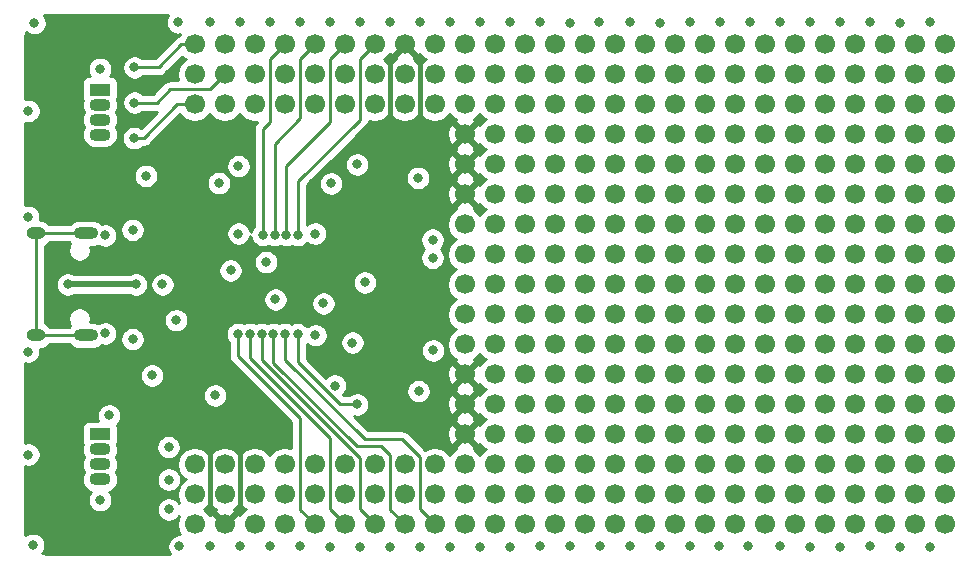
<source format=gbr>
G04 #@! TF.GenerationSoftware,KiCad,Pcbnew,5.1.9-73d0e3b20d~88~ubuntu20.04.1*
G04 #@! TF.CreationDate,2021-06-05T19:36:16+02:00*
G04 #@! TF.ProjectId,krieger,6b726965-6765-4722-9e6b-696361645f70,v2.0*
G04 #@! TF.SameCoordinates,Original*
G04 #@! TF.FileFunction,Copper,L3,Inr*
G04 #@! TF.FilePolarity,Positive*
%FSLAX46Y46*%
G04 Gerber Fmt 4.6, Leading zero omitted, Abs format (unit mm)*
G04 Created by KiCad (PCBNEW 5.1.9-73d0e3b20d~88~ubuntu20.04.1) date 2021-06-05 19:36:16*
%MOMM*%
%LPD*%
G01*
G04 APERTURE LIST*
G04 #@! TA.AperFunction,ComponentPad*
%ADD10C,1.700000*%
G04 #@! TD*
G04 #@! TA.AperFunction,ComponentPad*
%ADD11O,1.600000X1.000000*%
G04 #@! TD*
G04 #@! TA.AperFunction,ComponentPad*
%ADD12O,2.100000X1.000000*%
G04 #@! TD*
G04 #@! TA.AperFunction,ComponentPad*
%ADD13O,1.800000X1.070000*%
G04 #@! TD*
G04 #@! TA.AperFunction,ComponentPad*
%ADD14R,1.800000X1.070000*%
G04 #@! TD*
G04 #@! TA.AperFunction,ViaPad*
%ADD15C,0.800000*%
G04 #@! TD*
G04 #@! TA.AperFunction,Conductor*
%ADD16C,0.500000*%
G04 #@! TD*
G04 #@! TA.AperFunction,Conductor*
%ADD17C,0.250000*%
G04 #@! TD*
G04 #@! TA.AperFunction,Conductor*
%ADD18C,0.400000*%
G04 #@! TD*
G04 #@! TA.AperFunction,Conductor*
%ADD19C,0.254000*%
G04 #@! TD*
G04 #@! TA.AperFunction,Conductor*
%ADD20C,0.100000*%
G04 #@! TD*
G04 APERTURE END LIST*
D10*
X155360000Y-79680000D03*
X152820000Y-79680000D03*
X150280000Y-79680000D03*
X147740000Y-79680000D03*
X145200000Y-79680000D03*
X142660000Y-79680000D03*
X140120000Y-79680000D03*
X137580000Y-79680000D03*
X135040000Y-79680000D03*
X155360000Y-82220000D03*
X152820000Y-82220000D03*
X150280000Y-82220000D03*
X147740000Y-82220000D03*
X145200000Y-82220000D03*
X142660000Y-82220000D03*
X140120000Y-82220000D03*
X137580000Y-82220000D03*
X135040000Y-82220000D03*
X155360000Y-84760000D03*
X152820000Y-84760000D03*
X150280000Y-84760000D03*
X147740000Y-84760000D03*
X145200000Y-84760000D03*
X142660000Y-84760000D03*
X140120000Y-84760000D03*
X137580000Y-84760000D03*
X135040000Y-84760000D03*
X155360000Y-115240000D03*
X152820000Y-115240000D03*
X150280000Y-115240000D03*
X147740000Y-115240000D03*
X145200000Y-115240000D03*
X142660000Y-115240000D03*
X140120000Y-115240000D03*
X137580000Y-115240000D03*
X135040000Y-115240000D03*
X155360000Y-117780000D03*
X152820000Y-117780000D03*
X150280000Y-117780000D03*
X147740000Y-117780000D03*
X145200000Y-117780000D03*
X142660000Y-117780000D03*
X140120000Y-117780000D03*
X137580000Y-117780000D03*
X135040000Y-117780000D03*
X155360000Y-120320000D03*
X152820000Y-120320000D03*
X150280000Y-120320000D03*
X147740000Y-120320000D03*
X145200000Y-120320000D03*
X142660000Y-120320000D03*
X140120000Y-120320000D03*
X137580000Y-120320000D03*
X135040000Y-120320000D03*
X160440000Y-79680000D03*
X160440000Y-82220000D03*
X160440000Y-84760000D03*
X160440000Y-79680000D03*
X160440000Y-84760000D03*
X160440000Y-82220000D03*
X157900000Y-79680000D03*
X157900000Y-84760000D03*
X157900000Y-82220000D03*
X160440000Y-115240000D03*
X160440000Y-117780000D03*
X160440000Y-120320000D03*
X160440000Y-115240000D03*
X160440000Y-120320000D03*
X160440000Y-117780000D03*
X157900000Y-115240000D03*
X157900000Y-120320000D03*
X157900000Y-117780000D03*
X162980000Y-82220000D03*
X162980000Y-84760000D03*
X162980000Y-79680000D03*
X162980000Y-117780000D03*
X162980000Y-120320000D03*
X162980000Y-115240000D03*
X183300000Y-115240000D03*
X183300000Y-117780000D03*
X183300000Y-112700000D03*
X165520000Y-117780000D03*
X165520000Y-120320000D03*
X165520000Y-115240000D03*
X162980000Y-97460000D03*
X165520000Y-97460000D03*
X168060000Y-97460000D03*
X170600000Y-97460000D03*
X173140000Y-97460000D03*
X175680000Y-97460000D03*
X178220000Y-97460000D03*
X180760000Y-97460000D03*
X183300000Y-97460000D03*
X185840000Y-97460000D03*
X188380000Y-97460000D03*
X190920000Y-100000000D03*
X185840000Y-115240000D03*
X162980000Y-87300000D03*
X162980000Y-89840000D03*
X162980000Y-92380000D03*
X162980000Y-94920000D03*
X165520000Y-94920000D03*
X165520000Y-92380000D03*
X165520000Y-89840000D03*
X165520000Y-87300000D03*
X165520000Y-84760000D03*
X165520000Y-120320000D03*
X165520000Y-117780000D03*
X168060000Y-117780000D03*
X168060000Y-120320000D03*
X168060000Y-84760000D03*
X168060000Y-89840000D03*
X168060000Y-87300000D03*
X168060000Y-92380000D03*
X168060000Y-94920000D03*
X170600000Y-94920000D03*
X170600000Y-92380000D03*
X170600000Y-89840000D03*
X170600000Y-87300000D03*
X170600000Y-84760000D03*
X170600000Y-120320000D03*
X170600000Y-117780000D03*
X173140000Y-117780000D03*
X173140000Y-120320000D03*
X173140000Y-84760000D03*
X173140000Y-87300000D03*
X173140000Y-89840000D03*
X173140000Y-92380000D03*
X173140000Y-94920000D03*
X175680000Y-92380000D03*
X175680000Y-89840000D03*
X175680000Y-87300000D03*
X175680000Y-84760000D03*
X175680000Y-120320000D03*
X175680000Y-117780000D03*
X178220000Y-117780000D03*
X178220000Y-120320000D03*
X178220000Y-84760000D03*
X178220000Y-87300000D03*
X178220000Y-89840000D03*
X178220000Y-92380000D03*
X178220000Y-94920000D03*
X175680000Y-94920000D03*
X180760000Y-94920000D03*
X180760000Y-92380000D03*
X180760000Y-89840000D03*
X180760000Y-87300000D03*
X180760000Y-84760000D03*
X180760000Y-120320000D03*
X180760000Y-117780000D03*
X183300000Y-117780000D03*
X183300000Y-120320000D03*
X183300000Y-84760000D03*
X183300000Y-87300000D03*
X183300000Y-89840000D03*
X183300000Y-92380000D03*
X183300000Y-94920000D03*
X185840000Y-94920000D03*
X185840000Y-92380000D03*
X185840000Y-89840000D03*
X185840000Y-87300000D03*
X188380000Y-87300000D03*
X188380000Y-89840000D03*
X188380000Y-92380000D03*
X188380000Y-94920000D03*
X190920000Y-97460000D03*
X190920000Y-94920000D03*
X190920000Y-92380000D03*
X190920000Y-89840000D03*
X190920000Y-87300000D03*
X190920000Y-112700000D03*
X188380000Y-110160000D03*
X185840000Y-110160000D03*
X185840000Y-112700000D03*
X162980000Y-100000000D03*
X165520000Y-100000000D03*
X168060000Y-100000000D03*
X170600000Y-100000000D03*
X173140000Y-100000000D03*
X175680000Y-100000000D03*
X178220000Y-100000000D03*
X180760000Y-100000000D03*
X183300000Y-100000000D03*
X185840000Y-100000000D03*
X188380000Y-100000000D03*
X190920000Y-102540000D03*
X190920000Y-105080000D03*
X190920000Y-107620000D03*
X190920000Y-110160000D03*
X188380000Y-107620000D03*
X185840000Y-107620000D03*
X183300000Y-107620000D03*
X183300000Y-110160000D03*
X183300000Y-112700000D03*
X183300000Y-115240000D03*
X162980000Y-102540000D03*
X165520000Y-102540000D03*
X168060000Y-102540000D03*
X170600000Y-102540000D03*
X173140000Y-102540000D03*
X175680000Y-102540000D03*
X178220000Y-102540000D03*
X180760000Y-102540000D03*
X183300000Y-102540000D03*
X185840000Y-102540000D03*
X188380000Y-102540000D03*
X188380000Y-105080000D03*
X185840000Y-105080000D03*
X183300000Y-105080000D03*
X180760000Y-105080000D03*
X180760000Y-107620000D03*
X180760000Y-110160000D03*
X180760000Y-112700000D03*
X180760000Y-115240000D03*
X178220000Y-115240000D03*
X175680000Y-115240000D03*
X173140000Y-115240000D03*
X170600000Y-115240000D03*
X168060000Y-115240000D03*
X165520000Y-115240000D03*
X162980000Y-107620000D03*
X162980000Y-105080000D03*
X165520000Y-105080000D03*
X168060000Y-105080000D03*
X170600000Y-105080000D03*
X173140000Y-105080000D03*
X175680000Y-105080000D03*
X178220000Y-105080000D03*
X178220000Y-107620000D03*
X178220000Y-110160000D03*
X178220000Y-112700000D03*
X175680000Y-112700000D03*
X173140000Y-112700000D03*
X170600000Y-112700000D03*
X168060000Y-112700000D03*
X165520000Y-112700000D03*
X162980000Y-112700000D03*
X162980000Y-110160000D03*
X165520000Y-110160000D03*
X165520000Y-107620000D03*
X168060000Y-107620000D03*
X170600000Y-107620000D03*
X175680000Y-107620000D03*
X175680000Y-110160000D03*
X173140000Y-110160000D03*
X170600000Y-110160000D03*
X168060000Y-110160000D03*
X173140000Y-107620000D03*
X190920000Y-84760000D03*
X188380000Y-84760000D03*
X185840000Y-84760000D03*
X190920000Y-115240000D03*
X188380000Y-115240000D03*
X188380000Y-112700000D03*
X185840000Y-117780000D03*
X185840000Y-120320000D03*
X160440000Y-102540000D03*
X160440000Y-100000000D03*
X160440000Y-105080000D03*
X160440000Y-112700000D03*
X160440000Y-110160000D03*
X160440000Y-107620000D03*
X160440000Y-87300000D03*
X160440000Y-89840000D03*
X160440000Y-97460000D03*
X160440000Y-92380000D03*
X160440000Y-94920000D03*
X157900000Y-97460000D03*
X157900000Y-94920000D03*
X157900000Y-102540000D03*
X157900000Y-100000000D03*
X157900000Y-89840000D03*
X157900000Y-92380000D03*
X157900000Y-87300000D03*
X157900000Y-110160000D03*
X157900000Y-107620000D03*
X157900000Y-105080000D03*
X157900000Y-112700000D03*
X168060000Y-79680000D03*
X168060000Y-82220000D03*
X170600000Y-82220000D03*
X173140000Y-82220000D03*
X173140000Y-79680000D03*
X170600000Y-79680000D03*
X175680000Y-82220000D03*
X175680000Y-79680000D03*
X178220000Y-82220000D03*
X178220000Y-79680000D03*
X183300000Y-82220000D03*
X180760000Y-82220000D03*
X180760000Y-79680000D03*
X183300000Y-79680000D03*
X185840000Y-82220000D03*
X185840000Y-79680000D03*
X165520000Y-79680000D03*
X165520000Y-79680000D03*
X165520000Y-82220000D03*
X188380000Y-117780000D03*
X188380000Y-120320000D03*
X190920000Y-117780000D03*
X190920000Y-120320000D03*
X188380000Y-79680000D03*
X190920000Y-79680000D03*
X190920000Y-82220000D03*
X188380000Y-82220000D03*
X193460000Y-84760000D03*
X196000000Y-97460000D03*
X198540000Y-100000000D03*
X193460000Y-97460000D03*
X193460000Y-115240000D03*
X198540000Y-110160000D03*
X193460000Y-110160000D03*
X198540000Y-87300000D03*
X193460000Y-120320000D03*
X193460000Y-117780000D03*
X196000000Y-87300000D03*
X198540000Y-117780000D03*
X196000000Y-120320000D03*
X193460000Y-102540000D03*
X193460000Y-79680000D03*
X196000000Y-94920000D03*
X196000000Y-112700000D03*
X196000000Y-115240000D03*
X198540000Y-94920000D03*
X193460000Y-107620000D03*
X193460000Y-105080000D03*
X198540000Y-89840000D03*
X198540000Y-105080000D03*
X193460000Y-112700000D03*
X196000000Y-107620000D03*
X198540000Y-115240000D03*
X198540000Y-112700000D03*
X196000000Y-110160000D03*
X196000000Y-82220000D03*
X196000000Y-79680000D03*
X198540000Y-120320000D03*
X198540000Y-82220000D03*
X198540000Y-79680000D03*
X198540000Y-84760000D03*
X193460000Y-100000000D03*
X196000000Y-84760000D03*
X193460000Y-87300000D03*
X193460000Y-82220000D03*
X193460000Y-94920000D03*
X198540000Y-102540000D03*
X198540000Y-97460000D03*
X193460000Y-89840000D03*
X196000000Y-89840000D03*
X196000000Y-100000000D03*
X196000000Y-105080000D03*
X196000000Y-117780000D03*
X193460000Y-92380000D03*
X198540000Y-107620000D03*
X198540000Y-92380000D03*
X196000000Y-92380000D03*
X196000000Y-102540000D03*
D11*
X121640000Y-104320000D03*
X121640000Y-95680000D03*
D12*
X125820000Y-95680000D03*
X125820000Y-104320000D03*
D13*
X127000000Y-87310000D03*
X127000000Y-86040000D03*
X127000000Y-84770000D03*
D14*
X127000000Y-83500000D03*
X127000000Y-112700000D03*
D13*
X127000000Y-113970000D03*
X127000000Y-115240000D03*
X127000000Y-116510000D03*
D15*
X131430000Y-107699998D03*
X148400000Y-104930000D03*
X133480000Y-103030000D03*
X149450000Y-99820000D03*
X155180000Y-97740000D03*
X155180000Y-96210000D03*
X155240000Y-105580000D03*
X146600000Y-91450000D03*
X138750000Y-95700000D03*
X145250000Y-95700000D03*
X138750000Y-89980000D03*
X136780000Y-109387500D03*
X145260000Y-104300000D03*
X146900000Y-108560000D03*
X137080000Y-91410000D03*
X129789999Y-104630000D03*
X129790000Y-95369990D03*
X197300000Y-77810000D03*
X194730000Y-77820000D03*
X192190000Y-77810000D03*
X189650000Y-77810000D03*
X187120000Y-77810000D03*
X184560000Y-77810000D03*
X182040000Y-77800000D03*
X179500000Y-77800000D03*
X176980000Y-77800000D03*
X174430000Y-77820000D03*
X171870000Y-77800000D03*
X169310000Y-77800000D03*
X166790000Y-77820000D03*
X164240000Y-77810000D03*
X161700000Y-77810000D03*
X159160000Y-77810000D03*
X156650000Y-77800000D03*
X154090000Y-77810000D03*
X151560000Y-77790000D03*
X149020000Y-77800000D03*
X146470000Y-77800000D03*
X143920000Y-77800000D03*
X141390000Y-77800000D03*
X138860000Y-77810000D03*
X136330000Y-77790000D03*
X133640000Y-77810000D03*
X127020000Y-81740000D03*
X130910000Y-90800000D03*
X120960000Y-114410000D03*
X127030000Y-118270000D03*
X141390000Y-122170000D03*
X143930000Y-122170000D03*
X146460000Y-122190000D03*
X149020000Y-122190000D03*
X151540000Y-122190000D03*
X154080000Y-122200000D03*
X156630000Y-122200000D03*
X159190000Y-122200000D03*
X161740000Y-122200000D03*
X164260000Y-122180000D03*
X166800000Y-122160000D03*
X169320000Y-122160000D03*
X171860000Y-122180000D03*
X174430000Y-122180000D03*
X176970000Y-122180000D03*
X179470000Y-122180000D03*
X181910000Y-122180000D03*
X184570000Y-122180000D03*
X187120000Y-122200000D03*
X189650000Y-122200000D03*
X192200000Y-122180000D03*
X194730000Y-122190000D03*
X197290000Y-122190000D03*
X138870000Y-122180000D03*
X136310000Y-122180000D03*
X133750000Y-122180000D03*
X141870000Y-101270000D03*
X141080000Y-98100000D03*
X138080000Y-98800000D03*
X154000000Y-109030000D03*
X153960000Y-90970000D03*
X127460000Y-95850000D03*
X127455034Y-104139161D03*
X127800000Y-111089999D03*
X148800000Y-89830000D03*
X132304990Y-99990000D03*
X121470000Y-77870000D03*
X120960000Y-85310000D03*
X120930000Y-94270000D03*
X120950000Y-105680000D03*
X121360000Y-122040000D03*
X145930000Y-101600001D03*
X124300000Y-100000000D03*
X130070000Y-100000000D03*
X146910000Y-104930000D03*
X149450000Y-96170000D03*
X145020000Y-91450000D03*
X137070000Y-95060000D03*
X136770000Y-106312500D03*
X125890000Y-91170000D03*
X125900000Y-92630000D03*
X133480002Y-104600000D03*
X148800000Y-110160000D03*
X143750000Y-104200000D03*
X142700000Y-104200000D03*
X140800000Y-95800000D03*
X141800000Y-95800000D03*
X142800013Y-95800000D03*
X143800013Y-95800000D03*
X141700000Y-104200000D03*
X140700000Y-104200000D03*
X139700000Y-104200000D03*
X138700000Y-104200000D03*
X129930000Y-81620000D03*
X129930000Y-84610000D03*
X129920000Y-87610000D03*
X132830000Y-113780000D03*
X132860000Y-116530000D03*
X132860004Y-119050008D03*
D16*
X124300000Y-100000000D02*
X130070000Y-100000000D01*
D17*
X151560000Y-86410000D02*
X151550000Y-86420000D01*
D18*
X151550000Y-80950000D02*
X151550000Y-87000000D01*
X152820000Y-79680000D02*
X151550000Y-80950000D01*
X138850000Y-119050000D02*
X138850000Y-113000000D01*
X137580000Y-120320000D02*
X138850000Y-119050000D01*
X136310000Y-119050000D02*
X136310000Y-113000000D01*
X137580000Y-120320000D02*
X136310000Y-119050000D01*
X154090000Y-80950000D02*
X154090000Y-87000000D01*
X152820000Y-79680000D02*
X154090000Y-80950000D01*
D17*
X147323499Y-110160000D02*
X148800000Y-110160000D01*
X143750000Y-106586501D02*
X147323499Y-110160000D01*
X143750000Y-104200000D02*
X143750000Y-106586501D01*
X154090000Y-119050000D02*
X155360000Y-120320000D01*
X149440000Y-113120000D02*
X152630000Y-113120000D01*
X152630000Y-113120000D02*
X154090000Y-114580000D01*
X142700000Y-106380000D02*
X149440000Y-113120000D01*
X154090000Y-114580000D02*
X154090000Y-119050000D01*
X142700000Y-104200000D02*
X142700000Y-106380000D01*
X141400000Y-80940000D02*
X142660000Y-79680000D01*
X141400000Y-86260000D02*
X141400000Y-80940000D01*
X140800000Y-86860000D02*
X141400000Y-86260000D01*
X140800000Y-95800000D02*
X140800000Y-86860000D01*
X143940000Y-80940000D02*
X145200000Y-79680000D01*
X143940000Y-85930000D02*
X143940000Y-80940000D01*
X141800000Y-88070000D02*
X143940000Y-85930000D01*
X141800000Y-95800000D02*
X141800000Y-88070000D01*
X146480000Y-80940000D02*
X147740000Y-79680000D01*
X146480000Y-86260000D02*
X146480000Y-80940000D01*
X142800013Y-89939987D02*
X146480000Y-86260000D01*
X142800013Y-95800000D02*
X142800013Y-89939987D01*
X149020000Y-86060000D02*
X149020000Y-80940000D01*
X143800013Y-91279987D02*
X149020000Y-86060000D01*
X149020000Y-80940000D02*
X150280000Y-79680000D01*
X143800013Y-95800000D02*
X143800013Y-91279987D01*
X125820000Y-95680000D02*
X121640000Y-95680000D01*
X121640000Y-95680000D02*
X121640000Y-104320000D01*
X121640000Y-104320000D02*
X125820000Y-104320000D01*
X141700000Y-106620000D02*
X141700000Y-104200000D01*
X148770000Y-113690000D02*
X141700000Y-106620000D01*
X151560000Y-114420000D02*
X150830000Y-113690000D01*
X150830000Y-113690000D02*
X148770000Y-113690000D01*
X151560000Y-119060000D02*
X151560000Y-114420000D01*
X152820000Y-120320000D02*
X151560000Y-119060000D01*
X140700000Y-106380000D02*
X140700000Y-104200000D01*
X149010000Y-114690000D02*
X140700000Y-106380000D01*
X149010000Y-119050000D02*
X149010000Y-114690000D01*
X150280000Y-120320000D02*
X149010000Y-119050000D01*
X139700000Y-106190000D02*
X139700000Y-104200000D01*
X146470000Y-112960000D02*
X139700000Y-106190000D01*
X146470000Y-119050000D02*
X146470000Y-112960000D01*
X147740000Y-120320000D02*
X146470000Y-119050000D01*
X138700000Y-106070000D02*
X138700000Y-104200000D01*
X143940000Y-111310000D02*
X138700000Y-106070000D01*
X143940000Y-119060000D02*
X143940000Y-111310000D01*
X145200000Y-120320000D02*
X143940000Y-119060000D01*
X131980000Y-81620000D02*
X129930000Y-81620000D01*
X133920000Y-79680000D02*
X131980000Y-81620000D01*
X135040000Y-79680000D02*
X133920000Y-79680000D01*
X131810000Y-84610000D02*
X129930000Y-84610000D01*
X132930000Y-83490000D02*
X131810000Y-84610000D01*
X136310000Y-83490000D02*
X132930000Y-83490000D01*
X137580000Y-82220000D02*
X136310000Y-83490000D01*
X130720000Y-87610000D02*
X129920000Y-87610000D01*
X133570000Y-84760000D02*
X130720000Y-87610000D01*
X135040000Y-84760000D02*
X133570000Y-84760000D01*
D19*
X132722795Y-77319744D02*
X132644774Y-77508102D01*
X132605000Y-77708061D01*
X132605000Y-77911939D01*
X132644774Y-78111898D01*
X132722795Y-78300256D01*
X132836063Y-78469774D01*
X132980226Y-78613937D01*
X133149744Y-78727205D01*
X133338102Y-78805226D01*
X133538061Y-78845000D01*
X133741939Y-78845000D01*
X133822664Y-78828943D01*
X133750269Y-78937290D01*
X133627753Y-78974454D01*
X133495724Y-79045026D01*
X133379999Y-79139999D01*
X133356201Y-79168997D01*
X131665199Y-80860000D01*
X130633711Y-80860000D01*
X130589774Y-80816063D01*
X130420256Y-80702795D01*
X130231898Y-80624774D01*
X130031939Y-80585000D01*
X129828061Y-80585000D01*
X129628102Y-80624774D01*
X129439744Y-80702795D01*
X129270226Y-80816063D01*
X129126063Y-80960226D01*
X129012795Y-81129744D01*
X128934774Y-81318102D01*
X128895000Y-81518061D01*
X128895000Y-81721939D01*
X128934774Y-81921898D01*
X129012795Y-82110256D01*
X129126063Y-82279774D01*
X129270226Y-82423937D01*
X129439744Y-82537205D01*
X129628102Y-82615226D01*
X129828061Y-82655000D01*
X130031939Y-82655000D01*
X130231898Y-82615226D01*
X130420256Y-82537205D01*
X130589774Y-82423937D01*
X130633711Y-82380000D01*
X131942678Y-82380000D01*
X131980000Y-82383676D01*
X132017322Y-82380000D01*
X132017333Y-82380000D01*
X132128986Y-82369003D01*
X132272247Y-82325546D01*
X132404276Y-82254974D01*
X132520001Y-82160001D01*
X132543804Y-82130997D01*
X133967347Y-80707454D01*
X134093368Y-80833475D01*
X134267760Y-80950000D01*
X134093368Y-81066525D01*
X133886525Y-81273368D01*
X133724010Y-81516589D01*
X133612068Y-81786842D01*
X133555000Y-82073740D01*
X133555000Y-82366260D01*
X133612068Y-82653158D01*
X133643897Y-82730000D01*
X132967322Y-82730000D01*
X132929999Y-82726324D01*
X132892676Y-82730000D01*
X132892667Y-82730000D01*
X132781014Y-82740997D01*
X132637753Y-82784454D01*
X132505724Y-82855026D01*
X132389999Y-82949999D01*
X132366201Y-82978997D01*
X131495199Y-83850000D01*
X130633711Y-83850000D01*
X130589774Y-83806063D01*
X130420256Y-83692795D01*
X130231898Y-83614774D01*
X130031939Y-83575000D01*
X129828061Y-83575000D01*
X129628102Y-83614774D01*
X129439744Y-83692795D01*
X129270226Y-83806063D01*
X129126063Y-83950226D01*
X129012795Y-84119744D01*
X128934774Y-84308102D01*
X128895000Y-84508061D01*
X128895000Y-84711939D01*
X128934774Y-84911898D01*
X129012795Y-85100256D01*
X129126063Y-85269774D01*
X129270226Y-85413937D01*
X129439744Y-85527205D01*
X129628102Y-85605226D01*
X129828061Y-85645000D01*
X130031939Y-85645000D01*
X130231898Y-85605226D01*
X130420256Y-85527205D01*
X130589774Y-85413937D01*
X130633711Y-85370000D01*
X131772678Y-85370000D01*
X131810000Y-85373676D01*
X131847322Y-85370000D01*
X131847333Y-85370000D01*
X131889335Y-85365863D01*
X130501462Y-86753737D01*
X130410256Y-86692795D01*
X130221898Y-86614774D01*
X130021939Y-86575000D01*
X129818061Y-86575000D01*
X129618102Y-86614774D01*
X129429744Y-86692795D01*
X129260226Y-86806063D01*
X129116063Y-86950226D01*
X129002795Y-87119744D01*
X128924774Y-87308102D01*
X128885000Y-87508061D01*
X128885000Y-87711939D01*
X128924774Y-87911898D01*
X129002795Y-88100256D01*
X129116063Y-88269774D01*
X129260226Y-88413937D01*
X129429744Y-88527205D01*
X129618102Y-88605226D01*
X129818061Y-88645000D01*
X130021939Y-88645000D01*
X130221898Y-88605226D01*
X130410256Y-88527205D01*
X130579774Y-88413937D01*
X130623711Y-88370000D01*
X130682678Y-88370000D01*
X130720000Y-88373676D01*
X130757322Y-88370000D01*
X130757333Y-88370000D01*
X130868986Y-88359003D01*
X131012247Y-88315546D01*
X131144276Y-88244974D01*
X131260001Y-88150001D01*
X131283804Y-88120997D01*
X133811081Y-85593721D01*
X133886525Y-85706632D01*
X134093368Y-85913475D01*
X134336589Y-86075990D01*
X134606842Y-86187932D01*
X134893740Y-86245000D01*
X135186260Y-86245000D01*
X135473158Y-86187932D01*
X135743411Y-86075990D01*
X135986632Y-85913475D01*
X136193475Y-85706632D01*
X136310000Y-85532240D01*
X136426525Y-85706632D01*
X136633368Y-85913475D01*
X136876589Y-86075990D01*
X137146842Y-86187932D01*
X137433740Y-86245000D01*
X137726260Y-86245000D01*
X138013158Y-86187932D01*
X138283411Y-86075990D01*
X138526632Y-85913475D01*
X138733475Y-85706632D01*
X138850000Y-85532240D01*
X138966525Y-85706632D01*
X139173368Y-85913475D01*
X139416589Y-86075990D01*
X139686842Y-86187932D01*
X139973740Y-86245000D01*
X140266260Y-86245000D01*
X140358558Y-86226641D01*
X140288998Y-86296201D01*
X140260000Y-86319999D01*
X140236202Y-86348997D01*
X140236201Y-86348998D01*
X140165026Y-86435724D01*
X140094454Y-86567754D01*
X140067432Y-86656838D01*
X140059109Y-86684277D01*
X140050998Y-86711015D01*
X140036324Y-86860000D01*
X140040001Y-86897332D01*
X140040000Y-95096289D01*
X139996063Y-95140226D01*
X139882795Y-95309744D01*
X139804774Y-95498102D01*
X139784946Y-95597787D01*
X139745226Y-95398102D01*
X139667205Y-95209744D01*
X139553937Y-95040226D01*
X139409774Y-94896063D01*
X139240256Y-94782795D01*
X139051898Y-94704774D01*
X138851939Y-94665000D01*
X138648061Y-94665000D01*
X138448102Y-94704774D01*
X138259744Y-94782795D01*
X138090226Y-94896063D01*
X137946063Y-95040226D01*
X137832795Y-95209744D01*
X137754774Y-95398102D01*
X137715000Y-95598061D01*
X137715000Y-95801939D01*
X137754774Y-96001898D01*
X137832795Y-96190256D01*
X137946063Y-96359774D01*
X138090226Y-96503937D01*
X138259744Y-96617205D01*
X138448102Y-96695226D01*
X138648061Y-96735000D01*
X138851939Y-96735000D01*
X139051898Y-96695226D01*
X139240256Y-96617205D01*
X139409774Y-96503937D01*
X139553937Y-96359774D01*
X139667205Y-96190256D01*
X139745226Y-96001898D01*
X139765054Y-95902213D01*
X139804774Y-96101898D01*
X139882795Y-96290256D01*
X139996063Y-96459774D01*
X140140226Y-96603937D01*
X140309744Y-96717205D01*
X140498102Y-96795226D01*
X140698061Y-96835000D01*
X140901939Y-96835000D01*
X141101898Y-96795226D01*
X141290256Y-96717205D01*
X141300000Y-96710694D01*
X141309744Y-96717205D01*
X141498102Y-96795226D01*
X141698061Y-96835000D01*
X141901939Y-96835000D01*
X142101898Y-96795226D01*
X142290256Y-96717205D01*
X142300006Y-96710690D01*
X142309757Y-96717205D01*
X142498115Y-96795226D01*
X142698074Y-96835000D01*
X142901952Y-96835000D01*
X143101911Y-96795226D01*
X143290269Y-96717205D01*
X143300013Y-96710694D01*
X143309757Y-96717205D01*
X143498115Y-96795226D01*
X143698074Y-96835000D01*
X143901952Y-96835000D01*
X144101911Y-96795226D01*
X144290269Y-96717205D01*
X144459787Y-96603937D01*
X144575007Y-96488718D01*
X144590226Y-96503937D01*
X144759744Y-96617205D01*
X144948102Y-96695226D01*
X145148061Y-96735000D01*
X145351939Y-96735000D01*
X145551898Y-96695226D01*
X145740256Y-96617205D01*
X145909774Y-96503937D01*
X146053937Y-96359774D01*
X146167205Y-96190256D01*
X146201251Y-96108061D01*
X154145000Y-96108061D01*
X154145000Y-96311939D01*
X154184774Y-96511898D01*
X154262795Y-96700256D01*
X154376063Y-96869774D01*
X154481289Y-96975000D01*
X154376063Y-97080226D01*
X154262795Y-97249744D01*
X154184774Y-97438102D01*
X154145000Y-97638061D01*
X154145000Y-97841939D01*
X154184774Y-98041898D01*
X154262795Y-98230256D01*
X154376063Y-98399774D01*
X154520226Y-98543937D01*
X154689744Y-98657205D01*
X154878102Y-98735226D01*
X155078061Y-98775000D01*
X155281939Y-98775000D01*
X155481898Y-98735226D01*
X155670256Y-98657205D01*
X155839774Y-98543937D01*
X155983937Y-98399774D01*
X156097205Y-98230256D01*
X156175226Y-98041898D01*
X156215000Y-97841939D01*
X156215000Y-97638061D01*
X156175226Y-97438102D01*
X156097205Y-97249744D01*
X155983937Y-97080226D01*
X155878711Y-96975000D01*
X155983937Y-96869774D01*
X156097205Y-96700256D01*
X156175226Y-96511898D01*
X156215000Y-96311939D01*
X156215000Y-96108061D01*
X156175226Y-95908102D01*
X156097205Y-95719744D01*
X155983937Y-95550226D01*
X155839774Y-95406063D01*
X155670256Y-95292795D01*
X155481898Y-95214774D01*
X155281939Y-95175000D01*
X155078061Y-95175000D01*
X154878102Y-95214774D01*
X154689744Y-95292795D01*
X154520226Y-95406063D01*
X154376063Y-95550226D01*
X154262795Y-95719744D01*
X154184774Y-95908102D01*
X154145000Y-96108061D01*
X146201251Y-96108061D01*
X146245226Y-96001898D01*
X146285000Y-95801939D01*
X146285000Y-95598061D01*
X146245226Y-95398102D01*
X146167205Y-95209744D01*
X146053937Y-95040226D01*
X145909774Y-94896063D01*
X145740256Y-94782795D01*
X145551898Y-94704774D01*
X145351939Y-94665000D01*
X145148061Y-94665000D01*
X144948102Y-94704774D01*
X144759744Y-94782795D01*
X144590226Y-94896063D01*
X144560013Y-94926276D01*
X144560013Y-91594788D01*
X144806740Y-91348061D01*
X145565000Y-91348061D01*
X145565000Y-91551939D01*
X145604774Y-91751898D01*
X145682795Y-91940256D01*
X145796063Y-92109774D01*
X145940226Y-92253937D01*
X146109744Y-92367205D01*
X146298102Y-92445226D01*
X146498061Y-92485000D01*
X146701939Y-92485000D01*
X146885282Y-92448531D01*
X156409389Y-92448531D01*
X156451401Y-92738019D01*
X156549081Y-93013747D01*
X156622528Y-93151157D01*
X156871603Y-93228792D01*
X157720395Y-92380000D01*
X156871603Y-91531208D01*
X156622528Y-91608843D01*
X156496629Y-91872883D01*
X156424661Y-92156411D01*
X156409389Y-92448531D01*
X146885282Y-92448531D01*
X146901898Y-92445226D01*
X147090256Y-92367205D01*
X147259774Y-92253937D01*
X147403937Y-92109774D01*
X147517205Y-91940256D01*
X147595226Y-91751898D01*
X147635000Y-91551939D01*
X147635000Y-91348061D01*
X147595226Y-91148102D01*
X147517205Y-90959744D01*
X147455945Y-90868061D01*
X152925000Y-90868061D01*
X152925000Y-91071939D01*
X152964774Y-91271898D01*
X153042795Y-91460256D01*
X153156063Y-91629774D01*
X153300226Y-91773937D01*
X153469744Y-91887205D01*
X153658102Y-91965226D01*
X153858061Y-92005000D01*
X154061939Y-92005000D01*
X154261898Y-91965226D01*
X154450256Y-91887205D01*
X154619774Y-91773937D01*
X154763937Y-91629774D01*
X154877205Y-91460256D01*
X154955226Y-91271898D01*
X154995000Y-91071939D01*
X154995000Y-90868397D01*
X157051208Y-90868397D01*
X157126514Y-91110000D01*
X157051208Y-91351603D01*
X157900000Y-92200395D01*
X158748792Y-91351603D01*
X158673486Y-91110000D01*
X158748792Y-90868397D01*
X157900000Y-90019605D01*
X157051208Y-90868397D01*
X154995000Y-90868397D01*
X154995000Y-90868061D01*
X154955226Y-90668102D01*
X154877205Y-90479744D01*
X154763937Y-90310226D01*
X154619774Y-90166063D01*
X154450256Y-90052795D01*
X154261898Y-89974774D01*
X154061939Y-89935000D01*
X153858061Y-89935000D01*
X153658102Y-89974774D01*
X153469744Y-90052795D01*
X153300226Y-90166063D01*
X153156063Y-90310226D01*
X153042795Y-90479744D01*
X152964774Y-90668102D01*
X152925000Y-90868061D01*
X147455945Y-90868061D01*
X147403937Y-90790226D01*
X147259774Y-90646063D01*
X147090256Y-90532795D01*
X146901898Y-90454774D01*
X146701939Y-90415000D01*
X146498061Y-90415000D01*
X146298102Y-90454774D01*
X146109744Y-90532795D01*
X145940226Y-90646063D01*
X145796063Y-90790226D01*
X145682795Y-90959744D01*
X145604774Y-91148102D01*
X145565000Y-91348061D01*
X144806740Y-91348061D01*
X146426740Y-89728061D01*
X147765000Y-89728061D01*
X147765000Y-89931939D01*
X147804774Y-90131898D01*
X147882795Y-90320256D01*
X147996063Y-90489774D01*
X148140226Y-90633937D01*
X148309744Y-90747205D01*
X148498102Y-90825226D01*
X148698061Y-90865000D01*
X148901939Y-90865000D01*
X149101898Y-90825226D01*
X149290256Y-90747205D01*
X149459774Y-90633937D01*
X149603937Y-90489774D01*
X149717205Y-90320256D01*
X149795226Y-90131898D01*
X149835000Y-89931939D01*
X149835000Y-89908531D01*
X156409389Y-89908531D01*
X156451401Y-90198019D01*
X156549081Y-90473747D01*
X156622528Y-90611157D01*
X156871603Y-90688792D01*
X157720395Y-89840000D01*
X156871603Y-88991208D01*
X156622528Y-89068843D01*
X156496629Y-89332883D01*
X156424661Y-89616411D01*
X156409389Y-89908531D01*
X149835000Y-89908531D01*
X149835000Y-89728061D01*
X149795226Y-89528102D01*
X149717205Y-89339744D01*
X149603937Y-89170226D01*
X149459774Y-89026063D01*
X149290256Y-88912795D01*
X149101898Y-88834774D01*
X148901939Y-88795000D01*
X148698061Y-88795000D01*
X148498102Y-88834774D01*
X148309744Y-88912795D01*
X148140226Y-89026063D01*
X147996063Y-89170226D01*
X147882795Y-89339744D01*
X147804774Y-89528102D01*
X147765000Y-89728061D01*
X146426740Y-89728061D01*
X147826404Y-88328397D01*
X157051208Y-88328397D01*
X157126514Y-88570000D01*
X157051208Y-88811603D01*
X157900000Y-89660395D01*
X158748792Y-88811603D01*
X158673486Y-88570000D01*
X158748792Y-88328397D01*
X157900000Y-87479605D01*
X157051208Y-88328397D01*
X147826404Y-88328397D01*
X148786271Y-87368531D01*
X156409389Y-87368531D01*
X156451401Y-87658019D01*
X156549081Y-87933747D01*
X156622528Y-88071157D01*
X156871603Y-88148792D01*
X157720395Y-87300000D01*
X156871603Y-86451208D01*
X156622528Y-86528843D01*
X156496629Y-86792883D01*
X156424661Y-87076411D01*
X156409389Y-87368531D01*
X148786271Y-87368531D01*
X149531009Y-86623794D01*
X149560001Y-86600001D01*
X149583795Y-86571008D01*
X149583799Y-86571004D01*
X149641811Y-86500315D01*
X149654974Y-86484276D01*
X149725546Y-86352247D01*
X149769003Y-86208986D01*
X149774046Y-86157779D01*
X149846842Y-86187932D01*
X150133740Y-86245000D01*
X150426260Y-86245000D01*
X150713158Y-86187932D01*
X150983411Y-86075990D01*
X151226632Y-85913475D01*
X151433475Y-85706632D01*
X151550000Y-85532240D01*
X151666525Y-85706632D01*
X151873368Y-85913475D01*
X152116589Y-86075990D01*
X152386842Y-86187932D01*
X152673740Y-86245000D01*
X152966260Y-86245000D01*
X153253158Y-86187932D01*
X153523411Y-86075990D01*
X153766632Y-85913475D01*
X153973475Y-85706632D01*
X154090000Y-85532240D01*
X154206525Y-85706632D01*
X154413368Y-85913475D01*
X154656589Y-86075990D01*
X154926842Y-86187932D01*
X155213740Y-86245000D01*
X155506260Y-86245000D01*
X155793158Y-86187932D01*
X156063411Y-86075990D01*
X156306632Y-85913475D01*
X156513475Y-85706632D01*
X156630000Y-85532240D01*
X156746525Y-85706632D01*
X156953368Y-85913475D01*
X157126729Y-86029311D01*
X157051208Y-86271603D01*
X157900000Y-87120395D01*
X158748792Y-86271603D01*
X158673271Y-86029311D01*
X158846632Y-85913475D01*
X159053475Y-85706632D01*
X159170000Y-85532240D01*
X159286525Y-85706632D01*
X159493368Y-85913475D01*
X159667760Y-86030000D01*
X159493368Y-86146525D01*
X159286525Y-86353368D01*
X159170689Y-86526729D01*
X158928397Y-86451208D01*
X158079605Y-87300000D01*
X158928397Y-88148792D01*
X159170689Y-88073271D01*
X159286525Y-88246632D01*
X159493368Y-88453475D01*
X159667760Y-88570000D01*
X159493368Y-88686525D01*
X159286525Y-88893368D01*
X159170689Y-89066729D01*
X158928397Y-88991208D01*
X158079605Y-89840000D01*
X158928397Y-90688792D01*
X159170689Y-90613271D01*
X159286525Y-90786632D01*
X159493368Y-90993475D01*
X159667760Y-91110000D01*
X159493368Y-91226525D01*
X159286525Y-91433368D01*
X159170689Y-91606729D01*
X158928397Y-91531208D01*
X158079605Y-92380000D01*
X158928397Y-93228792D01*
X159170689Y-93153271D01*
X159286525Y-93326632D01*
X159493368Y-93533475D01*
X159667760Y-93650000D01*
X159493368Y-93766525D01*
X159286525Y-93973368D01*
X159170000Y-94147760D01*
X159053475Y-93973368D01*
X158846632Y-93766525D01*
X158673271Y-93650689D01*
X158748792Y-93408397D01*
X157900000Y-92559605D01*
X157051208Y-93408397D01*
X157126729Y-93650689D01*
X156953368Y-93766525D01*
X156746525Y-93973368D01*
X156584010Y-94216589D01*
X156472068Y-94486842D01*
X156415000Y-94773740D01*
X156415000Y-95066260D01*
X156472068Y-95353158D01*
X156584010Y-95623411D01*
X156746525Y-95866632D01*
X156953368Y-96073475D01*
X157127760Y-96190000D01*
X156953368Y-96306525D01*
X156746525Y-96513368D01*
X156584010Y-96756589D01*
X156472068Y-97026842D01*
X156415000Y-97313740D01*
X156415000Y-97606260D01*
X156472068Y-97893158D01*
X156584010Y-98163411D01*
X156746525Y-98406632D01*
X156953368Y-98613475D01*
X157127760Y-98730000D01*
X156953368Y-98846525D01*
X156746525Y-99053368D01*
X156584010Y-99296589D01*
X156472068Y-99566842D01*
X156415000Y-99853740D01*
X156415000Y-100146260D01*
X156472068Y-100433158D01*
X156584010Y-100703411D01*
X156746525Y-100946632D01*
X156953368Y-101153475D01*
X157127760Y-101270000D01*
X156953368Y-101386525D01*
X156746525Y-101593368D01*
X156584010Y-101836589D01*
X156472068Y-102106842D01*
X156415000Y-102393740D01*
X156415000Y-102686260D01*
X156472068Y-102973158D01*
X156584010Y-103243411D01*
X156746525Y-103486632D01*
X156953368Y-103693475D01*
X157127760Y-103810000D01*
X156953368Y-103926525D01*
X156746525Y-104133368D01*
X156584010Y-104376589D01*
X156472068Y-104646842D01*
X156415000Y-104933740D01*
X156415000Y-105226260D01*
X156472068Y-105513158D01*
X156584010Y-105783411D01*
X156746525Y-106026632D01*
X156953368Y-106233475D01*
X157126729Y-106349311D01*
X157051208Y-106591603D01*
X157900000Y-107440395D01*
X158748792Y-106591603D01*
X158673271Y-106349311D01*
X158846632Y-106233475D01*
X159053475Y-106026632D01*
X159170000Y-105852240D01*
X159286525Y-106026632D01*
X159493368Y-106233475D01*
X159667760Y-106350000D01*
X159493368Y-106466525D01*
X159286525Y-106673368D01*
X159170689Y-106846729D01*
X158928397Y-106771208D01*
X158079605Y-107620000D01*
X158928397Y-108468792D01*
X159170689Y-108393271D01*
X159286525Y-108566632D01*
X159493368Y-108773475D01*
X159667760Y-108890000D01*
X159493368Y-109006525D01*
X159286525Y-109213368D01*
X159170689Y-109386729D01*
X158928397Y-109311208D01*
X158079605Y-110160000D01*
X158928397Y-111008792D01*
X159170689Y-110933271D01*
X159286525Y-111106632D01*
X159493368Y-111313475D01*
X159667760Y-111430000D01*
X159493368Y-111546525D01*
X159286525Y-111753368D01*
X159170689Y-111926729D01*
X158928397Y-111851208D01*
X158079605Y-112700000D01*
X158928397Y-113548792D01*
X159170689Y-113473271D01*
X159286525Y-113646632D01*
X159493368Y-113853475D01*
X159667760Y-113970000D01*
X159493368Y-114086525D01*
X159286525Y-114293368D01*
X159170000Y-114467760D01*
X159053475Y-114293368D01*
X158846632Y-114086525D01*
X158673271Y-113970689D01*
X158748792Y-113728397D01*
X157900000Y-112879605D01*
X157051208Y-113728397D01*
X157126729Y-113970689D01*
X156953368Y-114086525D01*
X156746525Y-114293368D01*
X156630000Y-114467760D01*
X156513475Y-114293368D01*
X156306632Y-114086525D01*
X156063411Y-113924010D01*
X155793158Y-113812068D01*
X155506260Y-113755000D01*
X155213740Y-113755000D01*
X154926842Y-113812068D01*
X154656589Y-113924010D01*
X154568003Y-113983201D01*
X153353333Y-112768531D01*
X156409389Y-112768531D01*
X156451401Y-113058019D01*
X156549081Y-113333747D01*
X156622528Y-113471157D01*
X156871603Y-113548792D01*
X157720395Y-112700000D01*
X156871603Y-111851208D01*
X156622528Y-111928843D01*
X156496629Y-112192883D01*
X156424661Y-112476411D01*
X156409389Y-112768531D01*
X153353333Y-112768531D01*
X153193804Y-112609003D01*
X153170001Y-112579999D01*
X153054276Y-112485026D01*
X152922247Y-112414454D01*
X152778986Y-112370997D01*
X152667333Y-112360000D01*
X152667322Y-112360000D01*
X152630000Y-112356324D01*
X152592678Y-112360000D01*
X149754803Y-112360000D01*
X148562922Y-111168119D01*
X148698061Y-111195000D01*
X148901939Y-111195000D01*
X148935134Y-111188397D01*
X157051208Y-111188397D01*
X157126514Y-111430000D01*
X157051208Y-111671603D01*
X157900000Y-112520395D01*
X158748792Y-111671603D01*
X158673486Y-111430000D01*
X158748792Y-111188397D01*
X157900000Y-110339605D01*
X157051208Y-111188397D01*
X148935134Y-111188397D01*
X149101898Y-111155226D01*
X149290256Y-111077205D01*
X149459774Y-110963937D01*
X149603937Y-110819774D01*
X149717205Y-110650256D01*
X149795226Y-110461898D01*
X149835000Y-110261939D01*
X149835000Y-110228531D01*
X156409389Y-110228531D01*
X156451401Y-110518019D01*
X156549081Y-110793747D01*
X156622528Y-110931157D01*
X156871603Y-111008792D01*
X157720395Y-110160000D01*
X156871603Y-109311208D01*
X156622528Y-109388843D01*
X156496629Y-109652883D01*
X156424661Y-109936411D01*
X156409389Y-110228531D01*
X149835000Y-110228531D01*
X149835000Y-110058061D01*
X149795226Y-109858102D01*
X149717205Y-109669744D01*
X149603937Y-109500226D01*
X149459774Y-109356063D01*
X149290256Y-109242795D01*
X149101898Y-109164774D01*
X148901939Y-109125000D01*
X148698061Y-109125000D01*
X148498102Y-109164774D01*
X148309744Y-109242795D01*
X148140226Y-109356063D01*
X148096289Y-109400000D01*
X147638301Y-109400000D01*
X147581006Y-109342705D01*
X147703937Y-109219774D01*
X147817205Y-109050256D01*
X147867820Y-108928061D01*
X152965000Y-108928061D01*
X152965000Y-109131939D01*
X153004774Y-109331898D01*
X153082795Y-109520256D01*
X153196063Y-109689774D01*
X153340226Y-109833937D01*
X153509744Y-109947205D01*
X153698102Y-110025226D01*
X153898061Y-110065000D01*
X154101939Y-110065000D01*
X154301898Y-110025226D01*
X154490256Y-109947205D01*
X154659774Y-109833937D01*
X154803937Y-109689774D01*
X154917205Y-109520256D01*
X154995226Y-109331898D01*
X155035000Y-109131939D01*
X155035000Y-108928061D01*
X154995226Y-108728102D01*
X154962211Y-108648397D01*
X157051208Y-108648397D01*
X157126514Y-108890000D01*
X157051208Y-109131603D01*
X157900000Y-109980395D01*
X158748792Y-109131603D01*
X158673486Y-108890000D01*
X158748792Y-108648397D01*
X157900000Y-107799605D01*
X157051208Y-108648397D01*
X154962211Y-108648397D01*
X154917205Y-108539744D01*
X154803937Y-108370226D01*
X154659774Y-108226063D01*
X154490256Y-108112795D01*
X154301898Y-108034774D01*
X154101939Y-107995000D01*
X153898061Y-107995000D01*
X153698102Y-108034774D01*
X153509744Y-108112795D01*
X153340226Y-108226063D01*
X153196063Y-108370226D01*
X153082795Y-108539744D01*
X153004774Y-108728102D01*
X152965000Y-108928061D01*
X147867820Y-108928061D01*
X147895226Y-108861898D01*
X147935000Y-108661939D01*
X147935000Y-108458061D01*
X147895226Y-108258102D01*
X147817205Y-108069744D01*
X147703937Y-107900226D01*
X147559774Y-107756063D01*
X147458705Y-107688531D01*
X156409389Y-107688531D01*
X156451401Y-107978019D01*
X156549081Y-108253747D01*
X156622528Y-108391157D01*
X156871603Y-108468792D01*
X157720395Y-107620000D01*
X156871603Y-106771208D01*
X156622528Y-106848843D01*
X156496629Y-107112883D01*
X156424661Y-107396411D01*
X156409389Y-107688531D01*
X147458705Y-107688531D01*
X147390256Y-107642795D01*
X147201898Y-107564774D01*
X147001939Y-107525000D01*
X146798061Y-107525000D01*
X146598102Y-107564774D01*
X146409744Y-107642795D01*
X146240226Y-107756063D01*
X146117295Y-107878994D01*
X144510000Y-106271700D01*
X144510000Y-105013711D01*
X144600226Y-105103937D01*
X144769744Y-105217205D01*
X144958102Y-105295226D01*
X145158061Y-105335000D01*
X145361939Y-105335000D01*
X145561898Y-105295226D01*
X145750256Y-105217205D01*
X145919774Y-105103937D01*
X146063937Y-104959774D01*
X146151944Y-104828061D01*
X147365000Y-104828061D01*
X147365000Y-105031939D01*
X147404774Y-105231898D01*
X147482795Y-105420256D01*
X147596063Y-105589774D01*
X147740226Y-105733937D01*
X147909744Y-105847205D01*
X148098102Y-105925226D01*
X148298061Y-105965000D01*
X148501939Y-105965000D01*
X148701898Y-105925226D01*
X148890256Y-105847205D01*
X149059774Y-105733937D01*
X149203937Y-105589774D01*
X149278581Y-105478061D01*
X154205000Y-105478061D01*
X154205000Y-105681939D01*
X154244774Y-105881898D01*
X154322795Y-106070256D01*
X154436063Y-106239774D01*
X154580226Y-106383937D01*
X154749744Y-106497205D01*
X154938102Y-106575226D01*
X155138061Y-106615000D01*
X155341939Y-106615000D01*
X155541898Y-106575226D01*
X155730256Y-106497205D01*
X155899774Y-106383937D01*
X156043937Y-106239774D01*
X156157205Y-106070256D01*
X156235226Y-105881898D01*
X156275000Y-105681939D01*
X156275000Y-105478061D01*
X156235226Y-105278102D01*
X156157205Y-105089744D01*
X156043937Y-104920226D01*
X155899774Y-104776063D01*
X155730256Y-104662795D01*
X155541898Y-104584774D01*
X155341939Y-104545000D01*
X155138061Y-104545000D01*
X154938102Y-104584774D01*
X154749744Y-104662795D01*
X154580226Y-104776063D01*
X154436063Y-104920226D01*
X154322795Y-105089744D01*
X154244774Y-105278102D01*
X154205000Y-105478061D01*
X149278581Y-105478061D01*
X149317205Y-105420256D01*
X149395226Y-105231898D01*
X149435000Y-105031939D01*
X149435000Y-104828061D01*
X149395226Y-104628102D01*
X149317205Y-104439744D01*
X149203937Y-104270226D01*
X149059774Y-104126063D01*
X148890256Y-104012795D01*
X148701898Y-103934774D01*
X148501939Y-103895000D01*
X148298061Y-103895000D01*
X148098102Y-103934774D01*
X147909744Y-104012795D01*
X147740226Y-104126063D01*
X147596063Y-104270226D01*
X147482795Y-104439744D01*
X147404774Y-104628102D01*
X147365000Y-104828061D01*
X146151944Y-104828061D01*
X146177205Y-104790256D01*
X146255226Y-104601898D01*
X146295000Y-104401939D01*
X146295000Y-104198061D01*
X146255226Y-103998102D01*
X146177205Y-103809744D01*
X146063937Y-103640226D01*
X145919774Y-103496063D01*
X145750256Y-103382795D01*
X145561898Y-103304774D01*
X145361939Y-103265000D01*
X145158061Y-103265000D01*
X144958102Y-103304774D01*
X144769744Y-103382795D01*
X144600226Y-103496063D01*
X144554789Y-103541500D01*
X144553937Y-103540226D01*
X144409774Y-103396063D01*
X144240256Y-103282795D01*
X144051898Y-103204774D01*
X143851939Y-103165000D01*
X143648061Y-103165000D01*
X143448102Y-103204774D01*
X143259744Y-103282795D01*
X143225000Y-103306010D01*
X143190256Y-103282795D01*
X143001898Y-103204774D01*
X142801939Y-103165000D01*
X142598061Y-103165000D01*
X142398102Y-103204774D01*
X142209744Y-103282795D01*
X142200000Y-103289306D01*
X142190256Y-103282795D01*
X142001898Y-103204774D01*
X141801939Y-103165000D01*
X141598061Y-103165000D01*
X141398102Y-103204774D01*
X141209744Y-103282795D01*
X141200000Y-103289306D01*
X141190256Y-103282795D01*
X141001898Y-103204774D01*
X140801939Y-103165000D01*
X140598061Y-103165000D01*
X140398102Y-103204774D01*
X140209744Y-103282795D01*
X140200000Y-103289306D01*
X140190256Y-103282795D01*
X140001898Y-103204774D01*
X139801939Y-103165000D01*
X139598061Y-103165000D01*
X139398102Y-103204774D01*
X139209744Y-103282795D01*
X139200000Y-103289306D01*
X139190256Y-103282795D01*
X139001898Y-103204774D01*
X138801939Y-103165000D01*
X138598061Y-103165000D01*
X138398102Y-103204774D01*
X138209744Y-103282795D01*
X138040226Y-103396063D01*
X137896063Y-103540226D01*
X137782795Y-103709744D01*
X137704774Y-103898102D01*
X137665000Y-104098061D01*
X137665000Y-104301939D01*
X137704774Y-104501898D01*
X137782795Y-104690256D01*
X137896063Y-104859774D01*
X137940001Y-104903712D01*
X137940000Y-106032677D01*
X137936324Y-106070000D01*
X137940000Y-106107322D01*
X137940000Y-106107332D01*
X137950997Y-106218985D01*
X137973830Y-106294255D01*
X137994454Y-106362246D01*
X138065026Y-106494276D01*
X138093511Y-106528985D01*
X138159999Y-106610001D01*
X138189003Y-106633804D01*
X143180001Y-111624803D01*
X143180001Y-113848039D01*
X143093158Y-113812068D01*
X142806260Y-113755000D01*
X142513740Y-113755000D01*
X142226842Y-113812068D01*
X141956589Y-113924010D01*
X141713368Y-114086525D01*
X141506525Y-114293368D01*
X141390000Y-114467760D01*
X141273475Y-114293368D01*
X141066632Y-114086525D01*
X140823411Y-113924010D01*
X140553158Y-113812068D01*
X140266260Y-113755000D01*
X139973740Y-113755000D01*
X139686842Y-113812068D01*
X139416589Y-113924010D01*
X139173368Y-114086525D01*
X138966525Y-114293368D01*
X138850000Y-114467760D01*
X138733475Y-114293368D01*
X138526632Y-114086525D01*
X138283411Y-113924010D01*
X138013158Y-113812068D01*
X137726260Y-113755000D01*
X137433740Y-113755000D01*
X137146842Y-113812068D01*
X136876589Y-113924010D01*
X136633368Y-114086525D01*
X136426525Y-114293368D01*
X136310000Y-114467760D01*
X136193475Y-114293368D01*
X135986632Y-114086525D01*
X135743411Y-113924010D01*
X135473158Y-113812068D01*
X135186260Y-113755000D01*
X134893740Y-113755000D01*
X134606842Y-113812068D01*
X134336589Y-113924010D01*
X134093368Y-114086525D01*
X133886525Y-114293368D01*
X133724010Y-114536589D01*
X133612068Y-114806842D01*
X133555000Y-115093740D01*
X133555000Y-115386260D01*
X133612068Y-115673158D01*
X133724010Y-115943411D01*
X133886525Y-116186632D01*
X134093368Y-116393475D01*
X134267760Y-116510000D01*
X134093368Y-116626525D01*
X133886525Y-116833368D01*
X133802575Y-116959009D01*
X133855226Y-116831898D01*
X133895000Y-116631939D01*
X133895000Y-116428061D01*
X133855226Y-116228102D01*
X133777205Y-116039744D01*
X133663937Y-115870226D01*
X133519774Y-115726063D01*
X133350256Y-115612795D01*
X133161898Y-115534774D01*
X132961939Y-115495000D01*
X132758061Y-115495000D01*
X132558102Y-115534774D01*
X132369744Y-115612795D01*
X132200226Y-115726063D01*
X132056063Y-115870226D01*
X131942795Y-116039744D01*
X131864774Y-116228102D01*
X131825000Y-116428061D01*
X131825000Y-116631939D01*
X131864774Y-116831898D01*
X131942795Y-117020256D01*
X132056063Y-117189774D01*
X132200226Y-117333937D01*
X132369744Y-117447205D01*
X132558102Y-117525226D01*
X132758061Y-117565000D01*
X132961939Y-117565000D01*
X133161898Y-117525226D01*
X133350256Y-117447205D01*
X133519774Y-117333937D01*
X133663937Y-117189774D01*
X133698641Y-117137836D01*
X133612068Y-117346842D01*
X133555000Y-117633740D01*
X133555000Y-117926260D01*
X133612068Y-118213158D01*
X133720439Y-118474789D01*
X133663941Y-118390234D01*
X133519778Y-118246071D01*
X133350260Y-118132803D01*
X133161902Y-118054782D01*
X132961943Y-118015008D01*
X132758065Y-118015008D01*
X132558106Y-118054782D01*
X132369748Y-118132803D01*
X132200230Y-118246071D01*
X132056067Y-118390234D01*
X131942799Y-118559752D01*
X131864778Y-118748110D01*
X131825004Y-118948069D01*
X131825004Y-119151947D01*
X131864778Y-119351906D01*
X131942799Y-119540264D01*
X132056067Y-119709782D01*
X132200230Y-119853945D01*
X132369748Y-119967213D01*
X132558106Y-120045234D01*
X132758065Y-120085008D01*
X132961943Y-120085008D01*
X133161902Y-120045234D01*
X133350260Y-119967213D01*
X133519778Y-119853945D01*
X133663941Y-119709782D01*
X133720421Y-119625253D01*
X133612068Y-119886842D01*
X133555000Y-120173740D01*
X133555000Y-120466260D01*
X133612068Y-120753158D01*
X133724010Y-121023411D01*
X133805253Y-121145000D01*
X133648061Y-121145000D01*
X133448102Y-121184774D01*
X133259744Y-121262795D01*
X133090226Y-121376063D01*
X132946063Y-121520226D01*
X132832795Y-121689744D01*
X132754774Y-121878102D01*
X132715000Y-122078061D01*
X132715000Y-122281939D01*
X132754774Y-122481898D01*
X132832795Y-122670256D01*
X132929510Y-122815000D01*
X122533505Y-122815000D01*
X122148103Y-122777211D01*
X122100786Y-122762925D01*
X122163937Y-122699774D01*
X122277205Y-122530256D01*
X122355226Y-122341898D01*
X122395000Y-122141939D01*
X122395000Y-121938061D01*
X122355226Y-121738102D01*
X122277205Y-121549744D01*
X122163937Y-121380226D01*
X122019774Y-121236063D01*
X121850256Y-121122795D01*
X121661898Y-121044774D01*
X121461939Y-121005000D01*
X121258061Y-121005000D01*
X121058102Y-121044774D01*
X120869744Y-121122795D01*
X120711051Y-121228830D01*
X120685000Y-120980977D01*
X120685000Y-115410576D01*
X120858061Y-115445000D01*
X121061939Y-115445000D01*
X121261898Y-115405226D01*
X121450256Y-115327205D01*
X121619774Y-115213937D01*
X121763937Y-115069774D01*
X121877205Y-114900256D01*
X121955226Y-114711898D01*
X121995000Y-114511939D01*
X121995000Y-114308061D01*
X121955226Y-114108102D01*
X121898022Y-113970000D01*
X125459339Y-113970000D01*
X125481929Y-114199360D01*
X125548831Y-114419906D01*
X125647766Y-114605000D01*
X125548831Y-114790094D01*
X125481929Y-115010640D01*
X125459339Y-115240000D01*
X125481929Y-115469360D01*
X125548831Y-115689906D01*
X125647766Y-115875000D01*
X125548831Y-116060094D01*
X125481929Y-116280640D01*
X125459339Y-116510000D01*
X125481929Y-116739360D01*
X125548831Y-116959906D01*
X125657474Y-117163162D01*
X125803682Y-117341318D01*
X125981838Y-117487526D01*
X126185094Y-117596169D01*
X126227313Y-117608976D01*
X126226063Y-117610226D01*
X126112795Y-117779744D01*
X126034774Y-117968102D01*
X125995000Y-118168061D01*
X125995000Y-118371939D01*
X126034774Y-118571898D01*
X126112795Y-118760256D01*
X126226063Y-118929774D01*
X126370226Y-119073937D01*
X126539744Y-119187205D01*
X126728102Y-119265226D01*
X126928061Y-119305000D01*
X127131939Y-119305000D01*
X127331898Y-119265226D01*
X127520256Y-119187205D01*
X127689774Y-119073937D01*
X127833937Y-118929774D01*
X127947205Y-118760256D01*
X128025226Y-118571898D01*
X128065000Y-118371939D01*
X128065000Y-118168061D01*
X128025226Y-117968102D01*
X127947205Y-117779744D01*
X127833937Y-117610226D01*
X127818147Y-117594436D01*
X128018162Y-117487526D01*
X128196318Y-117341318D01*
X128342526Y-117163162D01*
X128451169Y-116959906D01*
X128518071Y-116739360D01*
X128540661Y-116510000D01*
X128518071Y-116280640D01*
X128451169Y-116060094D01*
X128352234Y-115875000D01*
X128451169Y-115689906D01*
X128518071Y-115469360D01*
X128540661Y-115240000D01*
X128518071Y-115010640D01*
X128451169Y-114790094D01*
X128352234Y-114605000D01*
X128451169Y-114419906D01*
X128518071Y-114199360D01*
X128540661Y-113970000D01*
X128518071Y-113740640D01*
X128499089Y-113678061D01*
X131795000Y-113678061D01*
X131795000Y-113881939D01*
X131834774Y-114081898D01*
X131912795Y-114270256D01*
X132026063Y-114439774D01*
X132170226Y-114583937D01*
X132339744Y-114697205D01*
X132528102Y-114775226D01*
X132728061Y-114815000D01*
X132931939Y-114815000D01*
X133131898Y-114775226D01*
X133320256Y-114697205D01*
X133489774Y-114583937D01*
X133633937Y-114439774D01*
X133747205Y-114270256D01*
X133825226Y-114081898D01*
X133865000Y-113881939D01*
X133865000Y-113678061D01*
X133825226Y-113478102D01*
X133747205Y-113289744D01*
X133633937Y-113120226D01*
X133489774Y-112976063D01*
X133320256Y-112862795D01*
X133131898Y-112784774D01*
X132931939Y-112745000D01*
X132728061Y-112745000D01*
X132528102Y-112784774D01*
X132339744Y-112862795D01*
X132170226Y-112976063D01*
X132026063Y-113120226D01*
X131912795Y-113289744D01*
X131834774Y-113478102D01*
X131795000Y-113678061D01*
X128499089Y-113678061D01*
X128457130Y-113539743D01*
X128489502Y-113479180D01*
X128525812Y-113359482D01*
X128538072Y-113235000D01*
X128538072Y-112165000D01*
X128525812Y-112040518D01*
X128489502Y-111920820D01*
X128469782Y-111883928D01*
X128603937Y-111749773D01*
X128717205Y-111580255D01*
X128795226Y-111391897D01*
X128835000Y-111191938D01*
X128835000Y-110988060D01*
X128795226Y-110788101D01*
X128717205Y-110599743D01*
X128603937Y-110430225D01*
X128459774Y-110286062D01*
X128290256Y-110172794D01*
X128101898Y-110094773D01*
X127901939Y-110054999D01*
X127698061Y-110054999D01*
X127498102Y-110094773D01*
X127309744Y-110172794D01*
X127140226Y-110286062D01*
X126996063Y-110430225D01*
X126882795Y-110599743D01*
X126804774Y-110788101D01*
X126765000Y-110988060D01*
X126765000Y-111191938D01*
X126804774Y-111391897D01*
X126860706Y-111526928D01*
X126100000Y-111526928D01*
X125975518Y-111539188D01*
X125855820Y-111575498D01*
X125745506Y-111634463D01*
X125648815Y-111713815D01*
X125569463Y-111810506D01*
X125510498Y-111920820D01*
X125474188Y-112040518D01*
X125461928Y-112165000D01*
X125461928Y-113235000D01*
X125474188Y-113359482D01*
X125510498Y-113479180D01*
X125542870Y-113539743D01*
X125481929Y-113740640D01*
X125459339Y-113970000D01*
X121898022Y-113970000D01*
X121877205Y-113919744D01*
X121763937Y-113750226D01*
X121619774Y-113606063D01*
X121450256Y-113492795D01*
X121261898Y-113414774D01*
X121061939Y-113375000D01*
X120858061Y-113375000D01*
X120685000Y-113409424D01*
X120685000Y-109285561D01*
X135745000Y-109285561D01*
X135745000Y-109489439D01*
X135784774Y-109689398D01*
X135862795Y-109877756D01*
X135976063Y-110047274D01*
X136120226Y-110191437D01*
X136289744Y-110304705D01*
X136478102Y-110382726D01*
X136678061Y-110422500D01*
X136881939Y-110422500D01*
X137081898Y-110382726D01*
X137270256Y-110304705D01*
X137439774Y-110191437D01*
X137583937Y-110047274D01*
X137697205Y-109877756D01*
X137775226Y-109689398D01*
X137815000Y-109489439D01*
X137815000Y-109285561D01*
X137775226Y-109085602D01*
X137697205Y-108897244D01*
X137583937Y-108727726D01*
X137439774Y-108583563D01*
X137270256Y-108470295D01*
X137081898Y-108392274D01*
X136881939Y-108352500D01*
X136678061Y-108352500D01*
X136478102Y-108392274D01*
X136289744Y-108470295D01*
X136120226Y-108583563D01*
X135976063Y-108727726D01*
X135862795Y-108897244D01*
X135784774Y-109085602D01*
X135745000Y-109285561D01*
X120685000Y-109285561D01*
X120685000Y-107598059D01*
X130395000Y-107598059D01*
X130395000Y-107801937D01*
X130434774Y-108001896D01*
X130512795Y-108190254D01*
X130626063Y-108359772D01*
X130770226Y-108503935D01*
X130939744Y-108617203D01*
X131128102Y-108695224D01*
X131328061Y-108734998D01*
X131531939Y-108734998D01*
X131731898Y-108695224D01*
X131920256Y-108617203D01*
X132089774Y-108503935D01*
X132233937Y-108359772D01*
X132347205Y-108190254D01*
X132425226Y-108001896D01*
X132465000Y-107801937D01*
X132465000Y-107598059D01*
X132425226Y-107398100D01*
X132347205Y-107209742D01*
X132233937Y-107040224D01*
X132089774Y-106896061D01*
X131920256Y-106782793D01*
X131731898Y-106704772D01*
X131531939Y-106664998D01*
X131328061Y-106664998D01*
X131128102Y-106704772D01*
X130939744Y-106782793D01*
X130770226Y-106896061D01*
X130626063Y-107040224D01*
X130512795Y-107209742D01*
X130434774Y-107398100D01*
X130395000Y-107598059D01*
X120685000Y-107598059D01*
X120685000Y-106682565D01*
X120848061Y-106715000D01*
X121051939Y-106715000D01*
X121251898Y-106675226D01*
X121440256Y-106597205D01*
X121609774Y-106483937D01*
X121753937Y-106339774D01*
X121867205Y-106170256D01*
X121945226Y-105981898D01*
X121985000Y-105781939D01*
X121985000Y-105578061D01*
X121960522Y-105455000D01*
X121995752Y-105455000D01*
X122162499Y-105438577D01*
X122376447Y-105373676D01*
X122573623Y-105268284D01*
X122746449Y-105126449D01*
X122784569Y-105080000D01*
X124425431Y-105080000D01*
X124463551Y-105126449D01*
X124636377Y-105268284D01*
X124833553Y-105373676D01*
X125047501Y-105438577D01*
X125214248Y-105455000D01*
X126425752Y-105455000D01*
X126592499Y-105438577D01*
X126806447Y-105373676D01*
X127003623Y-105268284D01*
X127164115Y-105136571D01*
X127353095Y-105174161D01*
X127556973Y-105174161D01*
X127756932Y-105134387D01*
X127945290Y-105056366D01*
X128114808Y-104943098D01*
X128258971Y-104798935D01*
X128372239Y-104629417D01*
X128414222Y-104528061D01*
X128754999Y-104528061D01*
X128754999Y-104731939D01*
X128794773Y-104931898D01*
X128872794Y-105120256D01*
X128986062Y-105289774D01*
X129130225Y-105433937D01*
X129299743Y-105547205D01*
X129488101Y-105625226D01*
X129688060Y-105665000D01*
X129891938Y-105665000D01*
X130091897Y-105625226D01*
X130280255Y-105547205D01*
X130449773Y-105433937D01*
X130593936Y-105289774D01*
X130707204Y-105120256D01*
X130785225Y-104931898D01*
X130824999Y-104731939D01*
X130824999Y-104528061D01*
X130785225Y-104328102D01*
X130707204Y-104139744D01*
X130593936Y-103970226D01*
X130449773Y-103826063D01*
X130280255Y-103712795D01*
X130091897Y-103634774D01*
X129891938Y-103595000D01*
X129688060Y-103595000D01*
X129488101Y-103634774D01*
X129299743Y-103712795D01*
X129130225Y-103826063D01*
X128986062Y-103970226D01*
X128872794Y-104139744D01*
X128794773Y-104328102D01*
X128754999Y-104528061D01*
X128414222Y-104528061D01*
X128450260Y-104441059D01*
X128490034Y-104241100D01*
X128490034Y-104037222D01*
X128450260Y-103837263D01*
X128372239Y-103648905D01*
X128258971Y-103479387D01*
X128114808Y-103335224D01*
X127945290Y-103221956D01*
X127756932Y-103143935D01*
X127556973Y-103104161D01*
X127353095Y-103104161D01*
X127153136Y-103143935D01*
X126964778Y-103221956D01*
X126857520Y-103293623D01*
X126806447Y-103266324D01*
X126592499Y-103201423D01*
X126425752Y-103185000D01*
X126206904Y-103185000D01*
X126213108Y-103170022D01*
X126250000Y-102984552D01*
X126250000Y-102928061D01*
X132445000Y-102928061D01*
X132445000Y-103131939D01*
X132484774Y-103331898D01*
X132562795Y-103520256D01*
X132676063Y-103689774D01*
X132820226Y-103833937D01*
X132989744Y-103947205D01*
X133178102Y-104025226D01*
X133378061Y-104065000D01*
X133581939Y-104065000D01*
X133781898Y-104025226D01*
X133970256Y-103947205D01*
X134139774Y-103833937D01*
X134283937Y-103689774D01*
X134397205Y-103520256D01*
X134475226Y-103331898D01*
X134515000Y-103131939D01*
X134515000Y-102928061D01*
X134475226Y-102728102D01*
X134397205Y-102539744D01*
X134283937Y-102370226D01*
X134139774Y-102226063D01*
X133970256Y-102112795D01*
X133781898Y-102034774D01*
X133581939Y-101995000D01*
X133378061Y-101995000D01*
X133178102Y-102034774D01*
X132989744Y-102112795D01*
X132820226Y-102226063D01*
X132676063Y-102370226D01*
X132562795Y-102539744D01*
X132484774Y-102728102D01*
X132445000Y-102928061D01*
X126250000Y-102928061D01*
X126250000Y-102795448D01*
X126213108Y-102609978D01*
X126140741Y-102435269D01*
X126035681Y-102278036D01*
X125901964Y-102144319D01*
X125744731Y-102039259D01*
X125570022Y-101966892D01*
X125384552Y-101930000D01*
X125195448Y-101930000D01*
X125009978Y-101966892D01*
X124835269Y-102039259D01*
X124678036Y-102144319D01*
X124544319Y-102278036D01*
X124439259Y-102435269D01*
X124366892Y-102609978D01*
X124330000Y-102795448D01*
X124330000Y-102984552D01*
X124366892Y-103170022D01*
X124439259Y-103344731D01*
X124520715Y-103466638D01*
X124463551Y-103513551D01*
X124425431Y-103560000D01*
X122784569Y-103560000D01*
X122746449Y-103513551D01*
X122573623Y-103371716D01*
X122400000Y-103278913D01*
X122400000Y-101168061D01*
X140835000Y-101168061D01*
X140835000Y-101371939D01*
X140874774Y-101571898D01*
X140952795Y-101760256D01*
X141066063Y-101929774D01*
X141210226Y-102073937D01*
X141379744Y-102187205D01*
X141568102Y-102265226D01*
X141768061Y-102305000D01*
X141971939Y-102305000D01*
X142171898Y-102265226D01*
X142360256Y-102187205D01*
X142529774Y-102073937D01*
X142673937Y-101929774D01*
X142787205Y-101760256D01*
X142865226Y-101571898D01*
X142879912Y-101498062D01*
X144895000Y-101498062D01*
X144895000Y-101701940D01*
X144934774Y-101901899D01*
X145012795Y-102090257D01*
X145126063Y-102259775D01*
X145270226Y-102403938D01*
X145439744Y-102517206D01*
X145628102Y-102595227D01*
X145828061Y-102635001D01*
X146031939Y-102635001D01*
X146231898Y-102595227D01*
X146420256Y-102517206D01*
X146589774Y-102403938D01*
X146733937Y-102259775D01*
X146847205Y-102090257D01*
X146925226Y-101901899D01*
X146965000Y-101701940D01*
X146965000Y-101498062D01*
X146925226Y-101298103D01*
X146847205Y-101109745D01*
X146733937Y-100940227D01*
X146589774Y-100796064D01*
X146420256Y-100682796D01*
X146231898Y-100604775D01*
X146031939Y-100565001D01*
X145828061Y-100565001D01*
X145628102Y-100604775D01*
X145439744Y-100682796D01*
X145270226Y-100796064D01*
X145126063Y-100940227D01*
X145012795Y-101109745D01*
X144934774Y-101298103D01*
X144895000Y-101498062D01*
X142879912Y-101498062D01*
X142905000Y-101371939D01*
X142905000Y-101168061D01*
X142865226Y-100968102D01*
X142787205Y-100779744D01*
X142673937Y-100610226D01*
X142529774Y-100466063D01*
X142360256Y-100352795D01*
X142171898Y-100274774D01*
X141971939Y-100235000D01*
X141768061Y-100235000D01*
X141568102Y-100274774D01*
X141379744Y-100352795D01*
X141210226Y-100466063D01*
X141066063Y-100610226D01*
X140952795Y-100779744D01*
X140874774Y-100968102D01*
X140835000Y-101168061D01*
X122400000Y-101168061D01*
X122400000Y-99898061D01*
X123265000Y-99898061D01*
X123265000Y-100101939D01*
X123304774Y-100301898D01*
X123382795Y-100490256D01*
X123496063Y-100659774D01*
X123640226Y-100803937D01*
X123809744Y-100917205D01*
X123998102Y-100995226D01*
X124198061Y-101035000D01*
X124401939Y-101035000D01*
X124601898Y-100995226D01*
X124790256Y-100917205D01*
X124838454Y-100885000D01*
X129531546Y-100885000D01*
X129579744Y-100917205D01*
X129768102Y-100995226D01*
X129968061Y-101035000D01*
X130171939Y-101035000D01*
X130371898Y-100995226D01*
X130560256Y-100917205D01*
X130729774Y-100803937D01*
X130873937Y-100659774D01*
X130987205Y-100490256D01*
X131065226Y-100301898D01*
X131105000Y-100101939D01*
X131105000Y-99898061D01*
X131103011Y-99888061D01*
X131269990Y-99888061D01*
X131269990Y-100091939D01*
X131309764Y-100291898D01*
X131387785Y-100480256D01*
X131501053Y-100649774D01*
X131645216Y-100793937D01*
X131814734Y-100907205D01*
X132003092Y-100985226D01*
X132203051Y-101025000D01*
X132406929Y-101025000D01*
X132606888Y-100985226D01*
X132795246Y-100907205D01*
X132964764Y-100793937D01*
X133108927Y-100649774D01*
X133222195Y-100480256D01*
X133300216Y-100291898D01*
X133339990Y-100091939D01*
X133339990Y-99888061D01*
X133300216Y-99688102D01*
X133222195Y-99499744D01*
X133108927Y-99330226D01*
X132964764Y-99186063D01*
X132795246Y-99072795D01*
X132606888Y-98994774D01*
X132406929Y-98955000D01*
X132203051Y-98955000D01*
X132003092Y-98994774D01*
X131814734Y-99072795D01*
X131645216Y-99186063D01*
X131501053Y-99330226D01*
X131387785Y-99499744D01*
X131309764Y-99688102D01*
X131269990Y-99888061D01*
X131103011Y-99888061D01*
X131065226Y-99698102D01*
X130987205Y-99509744D01*
X130873937Y-99340226D01*
X130729774Y-99196063D01*
X130560256Y-99082795D01*
X130371898Y-99004774D01*
X130171939Y-98965000D01*
X129968061Y-98965000D01*
X129768102Y-99004774D01*
X129579744Y-99082795D01*
X129531546Y-99115000D01*
X124838454Y-99115000D01*
X124790256Y-99082795D01*
X124601898Y-99004774D01*
X124401939Y-98965000D01*
X124198061Y-98965000D01*
X123998102Y-99004774D01*
X123809744Y-99082795D01*
X123640226Y-99196063D01*
X123496063Y-99340226D01*
X123382795Y-99509744D01*
X123304774Y-99698102D01*
X123265000Y-99898061D01*
X122400000Y-99898061D01*
X122400000Y-98698061D01*
X137045000Y-98698061D01*
X137045000Y-98901939D01*
X137084774Y-99101898D01*
X137162795Y-99290256D01*
X137276063Y-99459774D01*
X137420226Y-99603937D01*
X137589744Y-99717205D01*
X137778102Y-99795226D01*
X137978061Y-99835000D01*
X138181939Y-99835000D01*
X138381898Y-99795226D01*
X138568189Y-99718061D01*
X148415000Y-99718061D01*
X148415000Y-99921939D01*
X148454774Y-100121898D01*
X148532795Y-100310256D01*
X148646063Y-100479774D01*
X148790226Y-100623937D01*
X148959744Y-100737205D01*
X149148102Y-100815226D01*
X149348061Y-100855000D01*
X149551939Y-100855000D01*
X149751898Y-100815226D01*
X149940256Y-100737205D01*
X150109774Y-100623937D01*
X150253937Y-100479774D01*
X150367205Y-100310256D01*
X150445226Y-100121898D01*
X150485000Y-99921939D01*
X150485000Y-99718061D01*
X150445226Y-99518102D01*
X150367205Y-99329744D01*
X150253937Y-99160226D01*
X150109774Y-99016063D01*
X149940256Y-98902795D01*
X149751898Y-98824774D01*
X149551939Y-98785000D01*
X149348061Y-98785000D01*
X149148102Y-98824774D01*
X148959744Y-98902795D01*
X148790226Y-99016063D01*
X148646063Y-99160226D01*
X148532795Y-99329744D01*
X148454774Y-99518102D01*
X148415000Y-99718061D01*
X138568189Y-99718061D01*
X138570256Y-99717205D01*
X138739774Y-99603937D01*
X138883937Y-99459774D01*
X138997205Y-99290256D01*
X139075226Y-99101898D01*
X139115000Y-98901939D01*
X139115000Y-98698061D01*
X139075226Y-98498102D01*
X138997205Y-98309744D01*
X138883937Y-98140226D01*
X138741772Y-97998061D01*
X140045000Y-97998061D01*
X140045000Y-98201939D01*
X140084774Y-98401898D01*
X140162795Y-98590256D01*
X140276063Y-98759774D01*
X140420226Y-98903937D01*
X140589744Y-99017205D01*
X140778102Y-99095226D01*
X140978061Y-99135000D01*
X141181939Y-99135000D01*
X141381898Y-99095226D01*
X141570256Y-99017205D01*
X141739774Y-98903937D01*
X141883937Y-98759774D01*
X141997205Y-98590256D01*
X142075226Y-98401898D01*
X142115000Y-98201939D01*
X142115000Y-97998061D01*
X142075226Y-97798102D01*
X141997205Y-97609744D01*
X141883937Y-97440226D01*
X141739774Y-97296063D01*
X141570256Y-97182795D01*
X141381898Y-97104774D01*
X141181939Y-97065000D01*
X140978061Y-97065000D01*
X140778102Y-97104774D01*
X140589744Y-97182795D01*
X140420226Y-97296063D01*
X140276063Y-97440226D01*
X140162795Y-97609744D01*
X140084774Y-97798102D01*
X140045000Y-97998061D01*
X138741772Y-97998061D01*
X138739774Y-97996063D01*
X138570256Y-97882795D01*
X138381898Y-97804774D01*
X138181939Y-97765000D01*
X137978061Y-97765000D01*
X137778102Y-97804774D01*
X137589744Y-97882795D01*
X137420226Y-97996063D01*
X137276063Y-98140226D01*
X137162795Y-98309744D01*
X137084774Y-98498102D01*
X137045000Y-98698061D01*
X122400000Y-98698061D01*
X122400000Y-96721087D01*
X122573623Y-96628284D01*
X122746449Y-96486449D01*
X122784569Y-96440000D01*
X124425431Y-96440000D01*
X124463551Y-96486449D01*
X124520715Y-96533362D01*
X124439259Y-96655269D01*
X124366892Y-96829978D01*
X124330000Y-97015448D01*
X124330000Y-97204552D01*
X124366892Y-97390022D01*
X124439259Y-97564731D01*
X124544319Y-97721964D01*
X124678036Y-97855681D01*
X124835269Y-97960741D01*
X125009978Y-98033108D01*
X125195448Y-98070000D01*
X125384552Y-98070000D01*
X125570022Y-98033108D01*
X125744731Y-97960741D01*
X125901964Y-97855681D01*
X126035681Y-97721964D01*
X126140741Y-97564731D01*
X126213108Y-97390022D01*
X126250000Y-97204552D01*
X126250000Y-97015448D01*
X126213108Y-96829978D01*
X126206904Y-96815000D01*
X126425752Y-96815000D01*
X126592499Y-96798577D01*
X126806447Y-96733676D01*
X126869292Y-96700085D01*
X126969744Y-96767205D01*
X127158102Y-96845226D01*
X127358061Y-96885000D01*
X127561939Y-96885000D01*
X127761898Y-96845226D01*
X127950256Y-96767205D01*
X128119774Y-96653937D01*
X128263937Y-96509774D01*
X128377205Y-96340256D01*
X128455226Y-96151898D01*
X128495000Y-95951939D01*
X128495000Y-95748061D01*
X128455226Y-95548102D01*
X128377205Y-95359744D01*
X128315938Y-95268051D01*
X128755000Y-95268051D01*
X128755000Y-95471929D01*
X128794774Y-95671888D01*
X128872795Y-95860246D01*
X128986063Y-96029764D01*
X129130226Y-96173927D01*
X129299744Y-96287195D01*
X129488102Y-96365216D01*
X129688061Y-96404990D01*
X129891939Y-96404990D01*
X130091898Y-96365216D01*
X130280256Y-96287195D01*
X130449774Y-96173927D01*
X130593937Y-96029764D01*
X130707205Y-95860246D01*
X130785226Y-95671888D01*
X130825000Y-95471929D01*
X130825000Y-95268051D01*
X130785226Y-95068092D01*
X130707205Y-94879734D01*
X130593937Y-94710216D01*
X130449774Y-94566053D01*
X130280256Y-94452785D01*
X130091898Y-94374764D01*
X129891939Y-94334990D01*
X129688061Y-94334990D01*
X129488102Y-94374764D01*
X129299744Y-94452785D01*
X129130226Y-94566053D01*
X128986063Y-94710216D01*
X128872795Y-94879734D01*
X128794774Y-95068092D01*
X128755000Y-95268051D01*
X128315938Y-95268051D01*
X128263937Y-95190226D01*
X128119774Y-95046063D01*
X127950256Y-94932795D01*
X127761898Y-94854774D01*
X127561939Y-94815000D01*
X127358061Y-94815000D01*
X127158102Y-94854774D01*
X127155090Y-94856022D01*
X127003623Y-94731716D01*
X126806447Y-94626324D01*
X126592499Y-94561423D01*
X126425752Y-94545000D01*
X125214248Y-94545000D01*
X125047501Y-94561423D01*
X124833553Y-94626324D01*
X124636377Y-94731716D01*
X124463551Y-94873551D01*
X124425431Y-94920000D01*
X122784569Y-94920000D01*
X122746449Y-94873551D01*
X122573623Y-94731716D01*
X122376447Y-94626324D01*
X122162499Y-94561423D01*
X121995752Y-94545000D01*
X121930576Y-94545000D01*
X121965000Y-94371939D01*
X121965000Y-94168061D01*
X121925226Y-93968102D01*
X121847205Y-93779744D01*
X121733937Y-93610226D01*
X121589774Y-93466063D01*
X121420256Y-93352795D01*
X121231898Y-93274774D01*
X121031939Y-93235000D01*
X120828061Y-93235000D01*
X120685000Y-93263456D01*
X120685000Y-90698061D01*
X129875000Y-90698061D01*
X129875000Y-90901939D01*
X129914774Y-91101898D01*
X129992795Y-91290256D01*
X130106063Y-91459774D01*
X130250226Y-91603937D01*
X130419744Y-91717205D01*
X130608102Y-91795226D01*
X130808061Y-91835000D01*
X131011939Y-91835000D01*
X131211898Y-91795226D01*
X131400256Y-91717205D01*
X131569774Y-91603937D01*
X131713937Y-91459774D01*
X131815308Y-91308061D01*
X136045000Y-91308061D01*
X136045000Y-91511939D01*
X136084774Y-91711898D01*
X136162795Y-91900256D01*
X136276063Y-92069774D01*
X136420226Y-92213937D01*
X136589744Y-92327205D01*
X136778102Y-92405226D01*
X136978061Y-92445000D01*
X137181939Y-92445000D01*
X137381898Y-92405226D01*
X137570256Y-92327205D01*
X137739774Y-92213937D01*
X137883937Y-92069774D01*
X137997205Y-91900256D01*
X138075226Y-91711898D01*
X138115000Y-91511939D01*
X138115000Y-91308061D01*
X138075226Y-91108102D01*
X137997205Y-90919744D01*
X137883937Y-90750226D01*
X137739774Y-90606063D01*
X137570256Y-90492795D01*
X137381898Y-90414774D01*
X137181939Y-90375000D01*
X136978061Y-90375000D01*
X136778102Y-90414774D01*
X136589744Y-90492795D01*
X136420226Y-90606063D01*
X136276063Y-90750226D01*
X136162795Y-90919744D01*
X136084774Y-91108102D01*
X136045000Y-91308061D01*
X131815308Y-91308061D01*
X131827205Y-91290256D01*
X131905226Y-91101898D01*
X131945000Y-90901939D01*
X131945000Y-90698061D01*
X131905226Y-90498102D01*
X131827205Y-90309744D01*
X131713937Y-90140226D01*
X131569774Y-89996063D01*
X131400256Y-89882795D01*
X131388828Y-89878061D01*
X137715000Y-89878061D01*
X137715000Y-90081939D01*
X137754774Y-90281898D01*
X137832795Y-90470256D01*
X137946063Y-90639774D01*
X138090226Y-90783937D01*
X138259744Y-90897205D01*
X138448102Y-90975226D01*
X138648061Y-91015000D01*
X138851939Y-91015000D01*
X139051898Y-90975226D01*
X139240256Y-90897205D01*
X139409774Y-90783937D01*
X139553937Y-90639774D01*
X139667205Y-90470256D01*
X139745226Y-90281898D01*
X139785000Y-90081939D01*
X139785000Y-89878061D01*
X139745226Y-89678102D01*
X139667205Y-89489744D01*
X139553937Y-89320226D01*
X139409774Y-89176063D01*
X139240256Y-89062795D01*
X139051898Y-88984774D01*
X138851939Y-88945000D01*
X138648061Y-88945000D01*
X138448102Y-88984774D01*
X138259744Y-89062795D01*
X138090226Y-89176063D01*
X137946063Y-89320226D01*
X137832795Y-89489744D01*
X137754774Y-89678102D01*
X137715000Y-89878061D01*
X131388828Y-89878061D01*
X131211898Y-89804774D01*
X131011939Y-89765000D01*
X130808061Y-89765000D01*
X130608102Y-89804774D01*
X130419744Y-89882795D01*
X130250226Y-89996063D01*
X130106063Y-90140226D01*
X129992795Y-90309744D01*
X129914774Y-90498102D01*
X129875000Y-90698061D01*
X120685000Y-90698061D01*
X120685000Y-86310576D01*
X120858061Y-86345000D01*
X121061939Y-86345000D01*
X121261898Y-86305226D01*
X121450256Y-86227205D01*
X121619774Y-86113937D01*
X121763937Y-85969774D01*
X121877205Y-85800256D01*
X121955226Y-85611898D01*
X121995000Y-85411939D01*
X121995000Y-85208061D01*
X121955226Y-85008102D01*
X121877205Y-84819744D01*
X121843968Y-84770000D01*
X125459339Y-84770000D01*
X125481929Y-84999360D01*
X125548831Y-85219906D01*
X125647766Y-85405000D01*
X125548831Y-85590094D01*
X125481929Y-85810640D01*
X125459339Y-86040000D01*
X125481929Y-86269360D01*
X125548831Y-86489906D01*
X125647766Y-86675000D01*
X125548831Y-86860094D01*
X125481929Y-87080640D01*
X125459339Y-87310000D01*
X125481929Y-87539360D01*
X125548831Y-87759906D01*
X125657474Y-87963162D01*
X125803682Y-88141318D01*
X125981838Y-88287526D01*
X126185094Y-88396169D01*
X126405640Y-88463071D01*
X126577523Y-88480000D01*
X127422477Y-88480000D01*
X127594360Y-88463071D01*
X127814906Y-88396169D01*
X128018162Y-88287526D01*
X128196318Y-88141318D01*
X128342526Y-87963162D01*
X128451169Y-87759906D01*
X128518071Y-87539360D01*
X128540661Y-87310000D01*
X128518071Y-87080640D01*
X128451169Y-86860094D01*
X128352234Y-86675000D01*
X128451169Y-86489906D01*
X128518071Y-86269360D01*
X128540661Y-86040000D01*
X128518071Y-85810640D01*
X128451169Y-85590094D01*
X128352234Y-85405000D01*
X128451169Y-85219906D01*
X128518071Y-84999360D01*
X128540661Y-84770000D01*
X128518071Y-84540640D01*
X128457130Y-84339743D01*
X128489502Y-84279180D01*
X128525812Y-84159482D01*
X128538072Y-84035000D01*
X128538072Y-82965000D01*
X128525812Y-82840518D01*
X128489502Y-82720820D01*
X128430537Y-82610506D01*
X128351185Y-82513815D01*
X128254494Y-82434463D01*
X128144180Y-82375498D01*
X128024482Y-82339188D01*
X127900000Y-82326928D01*
X127872611Y-82326928D01*
X127937205Y-82230256D01*
X128015226Y-82041898D01*
X128055000Y-81841939D01*
X128055000Y-81638061D01*
X128015226Y-81438102D01*
X127937205Y-81249744D01*
X127823937Y-81080226D01*
X127679774Y-80936063D01*
X127510256Y-80822795D01*
X127321898Y-80744774D01*
X127121939Y-80705000D01*
X126918061Y-80705000D01*
X126718102Y-80744774D01*
X126529744Y-80822795D01*
X126360226Y-80936063D01*
X126216063Y-81080226D01*
X126102795Y-81249744D01*
X126024774Y-81438102D01*
X125985000Y-81638061D01*
X125985000Y-81841939D01*
X126024774Y-82041898D01*
X126102795Y-82230256D01*
X126167389Y-82326928D01*
X126100000Y-82326928D01*
X125975518Y-82339188D01*
X125855820Y-82375498D01*
X125745506Y-82434463D01*
X125648815Y-82513815D01*
X125569463Y-82610506D01*
X125510498Y-82720820D01*
X125474188Y-82840518D01*
X125461928Y-82965000D01*
X125461928Y-84035000D01*
X125474188Y-84159482D01*
X125510498Y-84279180D01*
X125542870Y-84339743D01*
X125481929Y-84540640D01*
X125459339Y-84770000D01*
X121843968Y-84770000D01*
X121763937Y-84650226D01*
X121619774Y-84506063D01*
X121450256Y-84392795D01*
X121261898Y-84314774D01*
X121061939Y-84275000D01*
X120858061Y-84275000D01*
X120685000Y-84309424D01*
X120685000Y-79033504D01*
X120722789Y-78648103D01*
X120737075Y-78600786D01*
X120810226Y-78673937D01*
X120979744Y-78787205D01*
X121168102Y-78865226D01*
X121368061Y-78905000D01*
X121571939Y-78905000D01*
X121771898Y-78865226D01*
X121960256Y-78787205D01*
X122129774Y-78673937D01*
X122273937Y-78529774D01*
X122387205Y-78360256D01*
X122465226Y-78171898D01*
X122505000Y-77971939D01*
X122505000Y-77768061D01*
X122465226Y-77568102D01*
X122387205Y-77379744D01*
X122274270Y-77210724D01*
X122519022Y-77185000D01*
X132812828Y-77185000D01*
X132722795Y-77319744D01*
G04 #@! TA.AperFunction,Conductor*
D20*
G36*
X132722795Y-77319744D02*
G01*
X132644774Y-77508102D01*
X132605000Y-77708061D01*
X132605000Y-77911939D01*
X132644774Y-78111898D01*
X132722795Y-78300256D01*
X132836063Y-78469774D01*
X132980226Y-78613937D01*
X133149744Y-78727205D01*
X133338102Y-78805226D01*
X133538061Y-78845000D01*
X133741939Y-78845000D01*
X133822664Y-78828943D01*
X133750269Y-78937290D01*
X133627753Y-78974454D01*
X133495724Y-79045026D01*
X133379999Y-79139999D01*
X133356201Y-79168997D01*
X131665199Y-80860000D01*
X130633711Y-80860000D01*
X130589774Y-80816063D01*
X130420256Y-80702795D01*
X130231898Y-80624774D01*
X130031939Y-80585000D01*
X129828061Y-80585000D01*
X129628102Y-80624774D01*
X129439744Y-80702795D01*
X129270226Y-80816063D01*
X129126063Y-80960226D01*
X129012795Y-81129744D01*
X128934774Y-81318102D01*
X128895000Y-81518061D01*
X128895000Y-81721939D01*
X128934774Y-81921898D01*
X129012795Y-82110256D01*
X129126063Y-82279774D01*
X129270226Y-82423937D01*
X129439744Y-82537205D01*
X129628102Y-82615226D01*
X129828061Y-82655000D01*
X130031939Y-82655000D01*
X130231898Y-82615226D01*
X130420256Y-82537205D01*
X130589774Y-82423937D01*
X130633711Y-82380000D01*
X131942678Y-82380000D01*
X131980000Y-82383676D01*
X132017322Y-82380000D01*
X132017333Y-82380000D01*
X132128986Y-82369003D01*
X132272247Y-82325546D01*
X132404276Y-82254974D01*
X132520001Y-82160001D01*
X132543804Y-82130997D01*
X133967347Y-80707454D01*
X134093368Y-80833475D01*
X134267760Y-80950000D01*
X134093368Y-81066525D01*
X133886525Y-81273368D01*
X133724010Y-81516589D01*
X133612068Y-81786842D01*
X133555000Y-82073740D01*
X133555000Y-82366260D01*
X133612068Y-82653158D01*
X133643897Y-82730000D01*
X132967322Y-82730000D01*
X132929999Y-82726324D01*
X132892676Y-82730000D01*
X132892667Y-82730000D01*
X132781014Y-82740997D01*
X132637753Y-82784454D01*
X132505724Y-82855026D01*
X132389999Y-82949999D01*
X132366201Y-82978997D01*
X131495199Y-83850000D01*
X130633711Y-83850000D01*
X130589774Y-83806063D01*
X130420256Y-83692795D01*
X130231898Y-83614774D01*
X130031939Y-83575000D01*
X129828061Y-83575000D01*
X129628102Y-83614774D01*
X129439744Y-83692795D01*
X129270226Y-83806063D01*
X129126063Y-83950226D01*
X129012795Y-84119744D01*
X128934774Y-84308102D01*
X128895000Y-84508061D01*
X128895000Y-84711939D01*
X128934774Y-84911898D01*
X129012795Y-85100256D01*
X129126063Y-85269774D01*
X129270226Y-85413937D01*
X129439744Y-85527205D01*
X129628102Y-85605226D01*
X129828061Y-85645000D01*
X130031939Y-85645000D01*
X130231898Y-85605226D01*
X130420256Y-85527205D01*
X130589774Y-85413937D01*
X130633711Y-85370000D01*
X131772678Y-85370000D01*
X131810000Y-85373676D01*
X131847322Y-85370000D01*
X131847333Y-85370000D01*
X131889335Y-85365863D01*
X130501462Y-86753737D01*
X130410256Y-86692795D01*
X130221898Y-86614774D01*
X130021939Y-86575000D01*
X129818061Y-86575000D01*
X129618102Y-86614774D01*
X129429744Y-86692795D01*
X129260226Y-86806063D01*
X129116063Y-86950226D01*
X129002795Y-87119744D01*
X128924774Y-87308102D01*
X128885000Y-87508061D01*
X128885000Y-87711939D01*
X128924774Y-87911898D01*
X129002795Y-88100256D01*
X129116063Y-88269774D01*
X129260226Y-88413937D01*
X129429744Y-88527205D01*
X129618102Y-88605226D01*
X129818061Y-88645000D01*
X130021939Y-88645000D01*
X130221898Y-88605226D01*
X130410256Y-88527205D01*
X130579774Y-88413937D01*
X130623711Y-88370000D01*
X130682678Y-88370000D01*
X130720000Y-88373676D01*
X130757322Y-88370000D01*
X130757333Y-88370000D01*
X130868986Y-88359003D01*
X131012247Y-88315546D01*
X131144276Y-88244974D01*
X131260001Y-88150001D01*
X131283804Y-88120997D01*
X133811081Y-85593721D01*
X133886525Y-85706632D01*
X134093368Y-85913475D01*
X134336589Y-86075990D01*
X134606842Y-86187932D01*
X134893740Y-86245000D01*
X135186260Y-86245000D01*
X135473158Y-86187932D01*
X135743411Y-86075990D01*
X135986632Y-85913475D01*
X136193475Y-85706632D01*
X136310000Y-85532240D01*
X136426525Y-85706632D01*
X136633368Y-85913475D01*
X136876589Y-86075990D01*
X137146842Y-86187932D01*
X137433740Y-86245000D01*
X137726260Y-86245000D01*
X138013158Y-86187932D01*
X138283411Y-86075990D01*
X138526632Y-85913475D01*
X138733475Y-85706632D01*
X138850000Y-85532240D01*
X138966525Y-85706632D01*
X139173368Y-85913475D01*
X139416589Y-86075990D01*
X139686842Y-86187932D01*
X139973740Y-86245000D01*
X140266260Y-86245000D01*
X140358558Y-86226641D01*
X140288998Y-86296201D01*
X140260000Y-86319999D01*
X140236202Y-86348997D01*
X140236201Y-86348998D01*
X140165026Y-86435724D01*
X140094454Y-86567754D01*
X140067432Y-86656838D01*
X140059109Y-86684277D01*
X140050998Y-86711015D01*
X140036324Y-86860000D01*
X140040001Y-86897332D01*
X140040000Y-95096289D01*
X139996063Y-95140226D01*
X139882795Y-95309744D01*
X139804774Y-95498102D01*
X139784946Y-95597787D01*
X139745226Y-95398102D01*
X139667205Y-95209744D01*
X139553937Y-95040226D01*
X139409774Y-94896063D01*
X139240256Y-94782795D01*
X139051898Y-94704774D01*
X138851939Y-94665000D01*
X138648061Y-94665000D01*
X138448102Y-94704774D01*
X138259744Y-94782795D01*
X138090226Y-94896063D01*
X137946063Y-95040226D01*
X137832795Y-95209744D01*
X137754774Y-95398102D01*
X137715000Y-95598061D01*
X137715000Y-95801939D01*
X137754774Y-96001898D01*
X137832795Y-96190256D01*
X137946063Y-96359774D01*
X138090226Y-96503937D01*
X138259744Y-96617205D01*
X138448102Y-96695226D01*
X138648061Y-96735000D01*
X138851939Y-96735000D01*
X139051898Y-96695226D01*
X139240256Y-96617205D01*
X139409774Y-96503937D01*
X139553937Y-96359774D01*
X139667205Y-96190256D01*
X139745226Y-96001898D01*
X139765054Y-95902213D01*
X139804774Y-96101898D01*
X139882795Y-96290256D01*
X139996063Y-96459774D01*
X140140226Y-96603937D01*
X140309744Y-96717205D01*
X140498102Y-96795226D01*
X140698061Y-96835000D01*
X140901939Y-96835000D01*
X141101898Y-96795226D01*
X141290256Y-96717205D01*
X141300000Y-96710694D01*
X141309744Y-96717205D01*
X141498102Y-96795226D01*
X141698061Y-96835000D01*
X141901939Y-96835000D01*
X142101898Y-96795226D01*
X142290256Y-96717205D01*
X142300006Y-96710690D01*
X142309757Y-96717205D01*
X142498115Y-96795226D01*
X142698074Y-96835000D01*
X142901952Y-96835000D01*
X143101911Y-96795226D01*
X143290269Y-96717205D01*
X143300013Y-96710694D01*
X143309757Y-96717205D01*
X143498115Y-96795226D01*
X143698074Y-96835000D01*
X143901952Y-96835000D01*
X144101911Y-96795226D01*
X144290269Y-96717205D01*
X144459787Y-96603937D01*
X144575007Y-96488718D01*
X144590226Y-96503937D01*
X144759744Y-96617205D01*
X144948102Y-96695226D01*
X145148061Y-96735000D01*
X145351939Y-96735000D01*
X145551898Y-96695226D01*
X145740256Y-96617205D01*
X145909774Y-96503937D01*
X146053937Y-96359774D01*
X146167205Y-96190256D01*
X146201251Y-96108061D01*
X154145000Y-96108061D01*
X154145000Y-96311939D01*
X154184774Y-96511898D01*
X154262795Y-96700256D01*
X154376063Y-96869774D01*
X154481289Y-96975000D01*
X154376063Y-97080226D01*
X154262795Y-97249744D01*
X154184774Y-97438102D01*
X154145000Y-97638061D01*
X154145000Y-97841939D01*
X154184774Y-98041898D01*
X154262795Y-98230256D01*
X154376063Y-98399774D01*
X154520226Y-98543937D01*
X154689744Y-98657205D01*
X154878102Y-98735226D01*
X155078061Y-98775000D01*
X155281939Y-98775000D01*
X155481898Y-98735226D01*
X155670256Y-98657205D01*
X155839774Y-98543937D01*
X155983937Y-98399774D01*
X156097205Y-98230256D01*
X156175226Y-98041898D01*
X156215000Y-97841939D01*
X156215000Y-97638061D01*
X156175226Y-97438102D01*
X156097205Y-97249744D01*
X155983937Y-97080226D01*
X155878711Y-96975000D01*
X155983937Y-96869774D01*
X156097205Y-96700256D01*
X156175226Y-96511898D01*
X156215000Y-96311939D01*
X156215000Y-96108061D01*
X156175226Y-95908102D01*
X156097205Y-95719744D01*
X155983937Y-95550226D01*
X155839774Y-95406063D01*
X155670256Y-95292795D01*
X155481898Y-95214774D01*
X155281939Y-95175000D01*
X155078061Y-95175000D01*
X154878102Y-95214774D01*
X154689744Y-95292795D01*
X154520226Y-95406063D01*
X154376063Y-95550226D01*
X154262795Y-95719744D01*
X154184774Y-95908102D01*
X154145000Y-96108061D01*
X146201251Y-96108061D01*
X146245226Y-96001898D01*
X146285000Y-95801939D01*
X146285000Y-95598061D01*
X146245226Y-95398102D01*
X146167205Y-95209744D01*
X146053937Y-95040226D01*
X145909774Y-94896063D01*
X145740256Y-94782795D01*
X145551898Y-94704774D01*
X145351939Y-94665000D01*
X145148061Y-94665000D01*
X144948102Y-94704774D01*
X144759744Y-94782795D01*
X144590226Y-94896063D01*
X144560013Y-94926276D01*
X144560013Y-91594788D01*
X144806740Y-91348061D01*
X145565000Y-91348061D01*
X145565000Y-91551939D01*
X145604774Y-91751898D01*
X145682795Y-91940256D01*
X145796063Y-92109774D01*
X145940226Y-92253937D01*
X146109744Y-92367205D01*
X146298102Y-92445226D01*
X146498061Y-92485000D01*
X146701939Y-92485000D01*
X146885282Y-92448531D01*
X156409389Y-92448531D01*
X156451401Y-92738019D01*
X156549081Y-93013747D01*
X156622528Y-93151157D01*
X156871603Y-93228792D01*
X157720395Y-92380000D01*
X156871603Y-91531208D01*
X156622528Y-91608843D01*
X156496629Y-91872883D01*
X156424661Y-92156411D01*
X156409389Y-92448531D01*
X146885282Y-92448531D01*
X146901898Y-92445226D01*
X147090256Y-92367205D01*
X147259774Y-92253937D01*
X147403937Y-92109774D01*
X147517205Y-91940256D01*
X147595226Y-91751898D01*
X147635000Y-91551939D01*
X147635000Y-91348061D01*
X147595226Y-91148102D01*
X147517205Y-90959744D01*
X147455945Y-90868061D01*
X152925000Y-90868061D01*
X152925000Y-91071939D01*
X152964774Y-91271898D01*
X153042795Y-91460256D01*
X153156063Y-91629774D01*
X153300226Y-91773937D01*
X153469744Y-91887205D01*
X153658102Y-91965226D01*
X153858061Y-92005000D01*
X154061939Y-92005000D01*
X154261898Y-91965226D01*
X154450256Y-91887205D01*
X154619774Y-91773937D01*
X154763937Y-91629774D01*
X154877205Y-91460256D01*
X154955226Y-91271898D01*
X154995000Y-91071939D01*
X154995000Y-90868397D01*
X157051208Y-90868397D01*
X157126514Y-91110000D01*
X157051208Y-91351603D01*
X157900000Y-92200395D01*
X158748792Y-91351603D01*
X158673486Y-91110000D01*
X158748792Y-90868397D01*
X157900000Y-90019605D01*
X157051208Y-90868397D01*
X154995000Y-90868397D01*
X154995000Y-90868061D01*
X154955226Y-90668102D01*
X154877205Y-90479744D01*
X154763937Y-90310226D01*
X154619774Y-90166063D01*
X154450256Y-90052795D01*
X154261898Y-89974774D01*
X154061939Y-89935000D01*
X153858061Y-89935000D01*
X153658102Y-89974774D01*
X153469744Y-90052795D01*
X153300226Y-90166063D01*
X153156063Y-90310226D01*
X153042795Y-90479744D01*
X152964774Y-90668102D01*
X152925000Y-90868061D01*
X147455945Y-90868061D01*
X147403937Y-90790226D01*
X147259774Y-90646063D01*
X147090256Y-90532795D01*
X146901898Y-90454774D01*
X146701939Y-90415000D01*
X146498061Y-90415000D01*
X146298102Y-90454774D01*
X146109744Y-90532795D01*
X145940226Y-90646063D01*
X145796063Y-90790226D01*
X145682795Y-90959744D01*
X145604774Y-91148102D01*
X145565000Y-91348061D01*
X144806740Y-91348061D01*
X146426740Y-89728061D01*
X147765000Y-89728061D01*
X147765000Y-89931939D01*
X147804774Y-90131898D01*
X147882795Y-90320256D01*
X147996063Y-90489774D01*
X148140226Y-90633937D01*
X148309744Y-90747205D01*
X148498102Y-90825226D01*
X148698061Y-90865000D01*
X148901939Y-90865000D01*
X149101898Y-90825226D01*
X149290256Y-90747205D01*
X149459774Y-90633937D01*
X149603937Y-90489774D01*
X149717205Y-90320256D01*
X149795226Y-90131898D01*
X149835000Y-89931939D01*
X149835000Y-89908531D01*
X156409389Y-89908531D01*
X156451401Y-90198019D01*
X156549081Y-90473747D01*
X156622528Y-90611157D01*
X156871603Y-90688792D01*
X157720395Y-89840000D01*
X156871603Y-88991208D01*
X156622528Y-89068843D01*
X156496629Y-89332883D01*
X156424661Y-89616411D01*
X156409389Y-89908531D01*
X149835000Y-89908531D01*
X149835000Y-89728061D01*
X149795226Y-89528102D01*
X149717205Y-89339744D01*
X149603937Y-89170226D01*
X149459774Y-89026063D01*
X149290256Y-88912795D01*
X149101898Y-88834774D01*
X148901939Y-88795000D01*
X148698061Y-88795000D01*
X148498102Y-88834774D01*
X148309744Y-88912795D01*
X148140226Y-89026063D01*
X147996063Y-89170226D01*
X147882795Y-89339744D01*
X147804774Y-89528102D01*
X147765000Y-89728061D01*
X146426740Y-89728061D01*
X147826404Y-88328397D01*
X157051208Y-88328397D01*
X157126514Y-88570000D01*
X157051208Y-88811603D01*
X157900000Y-89660395D01*
X158748792Y-88811603D01*
X158673486Y-88570000D01*
X158748792Y-88328397D01*
X157900000Y-87479605D01*
X157051208Y-88328397D01*
X147826404Y-88328397D01*
X148786271Y-87368531D01*
X156409389Y-87368531D01*
X156451401Y-87658019D01*
X156549081Y-87933747D01*
X156622528Y-88071157D01*
X156871603Y-88148792D01*
X157720395Y-87300000D01*
X156871603Y-86451208D01*
X156622528Y-86528843D01*
X156496629Y-86792883D01*
X156424661Y-87076411D01*
X156409389Y-87368531D01*
X148786271Y-87368531D01*
X149531009Y-86623794D01*
X149560001Y-86600001D01*
X149583795Y-86571008D01*
X149583799Y-86571004D01*
X149641811Y-86500315D01*
X149654974Y-86484276D01*
X149725546Y-86352247D01*
X149769003Y-86208986D01*
X149774046Y-86157779D01*
X149846842Y-86187932D01*
X150133740Y-86245000D01*
X150426260Y-86245000D01*
X150713158Y-86187932D01*
X150983411Y-86075990D01*
X151226632Y-85913475D01*
X151433475Y-85706632D01*
X151550000Y-85532240D01*
X151666525Y-85706632D01*
X151873368Y-85913475D01*
X152116589Y-86075990D01*
X152386842Y-86187932D01*
X152673740Y-86245000D01*
X152966260Y-86245000D01*
X153253158Y-86187932D01*
X153523411Y-86075990D01*
X153766632Y-85913475D01*
X153973475Y-85706632D01*
X154090000Y-85532240D01*
X154206525Y-85706632D01*
X154413368Y-85913475D01*
X154656589Y-86075990D01*
X154926842Y-86187932D01*
X155213740Y-86245000D01*
X155506260Y-86245000D01*
X155793158Y-86187932D01*
X156063411Y-86075990D01*
X156306632Y-85913475D01*
X156513475Y-85706632D01*
X156630000Y-85532240D01*
X156746525Y-85706632D01*
X156953368Y-85913475D01*
X157126729Y-86029311D01*
X157051208Y-86271603D01*
X157900000Y-87120395D01*
X158748792Y-86271603D01*
X158673271Y-86029311D01*
X158846632Y-85913475D01*
X159053475Y-85706632D01*
X159170000Y-85532240D01*
X159286525Y-85706632D01*
X159493368Y-85913475D01*
X159667760Y-86030000D01*
X159493368Y-86146525D01*
X159286525Y-86353368D01*
X159170689Y-86526729D01*
X158928397Y-86451208D01*
X158079605Y-87300000D01*
X158928397Y-88148792D01*
X159170689Y-88073271D01*
X159286525Y-88246632D01*
X159493368Y-88453475D01*
X159667760Y-88570000D01*
X159493368Y-88686525D01*
X159286525Y-88893368D01*
X159170689Y-89066729D01*
X158928397Y-88991208D01*
X158079605Y-89840000D01*
X158928397Y-90688792D01*
X159170689Y-90613271D01*
X159286525Y-90786632D01*
X159493368Y-90993475D01*
X159667760Y-91110000D01*
X159493368Y-91226525D01*
X159286525Y-91433368D01*
X159170689Y-91606729D01*
X158928397Y-91531208D01*
X158079605Y-92380000D01*
X158928397Y-93228792D01*
X159170689Y-93153271D01*
X159286525Y-93326632D01*
X159493368Y-93533475D01*
X159667760Y-93650000D01*
X159493368Y-93766525D01*
X159286525Y-93973368D01*
X159170000Y-94147760D01*
X159053475Y-93973368D01*
X158846632Y-93766525D01*
X158673271Y-93650689D01*
X158748792Y-93408397D01*
X157900000Y-92559605D01*
X157051208Y-93408397D01*
X157126729Y-93650689D01*
X156953368Y-93766525D01*
X156746525Y-93973368D01*
X156584010Y-94216589D01*
X156472068Y-94486842D01*
X156415000Y-94773740D01*
X156415000Y-95066260D01*
X156472068Y-95353158D01*
X156584010Y-95623411D01*
X156746525Y-95866632D01*
X156953368Y-96073475D01*
X157127760Y-96190000D01*
X156953368Y-96306525D01*
X156746525Y-96513368D01*
X156584010Y-96756589D01*
X156472068Y-97026842D01*
X156415000Y-97313740D01*
X156415000Y-97606260D01*
X156472068Y-97893158D01*
X156584010Y-98163411D01*
X156746525Y-98406632D01*
X156953368Y-98613475D01*
X157127760Y-98730000D01*
X156953368Y-98846525D01*
X156746525Y-99053368D01*
X156584010Y-99296589D01*
X156472068Y-99566842D01*
X156415000Y-99853740D01*
X156415000Y-100146260D01*
X156472068Y-100433158D01*
X156584010Y-100703411D01*
X156746525Y-100946632D01*
X156953368Y-101153475D01*
X157127760Y-101270000D01*
X156953368Y-101386525D01*
X156746525Y-101593368D01*
X156584010Y-101836589D01*
X156472068Y-102106842D01*
X156415000Y-102393740D01*
X156415000Y-102686260D01*
X156472068Y-102973158D01*
X156584010Y-103243411D01*
X156746525Y-103486632D01*
X156953368Y-103693475D01*
X157127760Y-103810000D01*
X156953368Y-103926525D01*
X156746525Y-104133368D01*
X156584010Y-104376589D01*
X156472068Y-104646842D01*
X156415000Y-104933740D01*
X156415000Y-105226260D01*
X156472068Y-105513158D01*
X156584010Y-105783411D01*
X156746525Y-106026632D01*
X156953368Y-106233475D01*
X157126729Y-106349311D01*
X157051208Y-106591603D01*
X157900000Y-107440395D01*
X158748792Y-106591603D01*
X158673271Y-106349311D01*
X158846632Y-106233475D01*
X159053475Y-106026632D01*
X159170000Y-105852240D01*
X159286525Y-106026632D01*
X159493368Y-106233475D01*
X159667760Y-106350000D01*
X159493368Y-106466525D01*
X159286525Y-106673368D01*
X159170689Y-106846729D01*
X158928397Y-106771208D01*
X158079605Y-107620000D01*
X158928397Y-108468792D01*
X159170689Y-108393271D01*
X159286525Y-108566632D01*
X159493368Y-108773475D01*
X159667760Y-108890000D01*
X159493368Y-109006525D01*
X159286525Y-109213368D01*
X159170689Y-109386729D01*
X158928397Y-109311208D01*
X158079605Y-110160000D01*
X158928397Y-111008792D01*
X159170689Y-110933271D01*
X159286525Y-111106632D01*
X159493368Y-111313475D01*
X159667760Y-111430000D01*
X159493368Y-111546525D01*
X159286525Y-111753368D01*
X159170689Y-111926729D01*
X158928397Y-111851208D01*
X158079605Y-112700000D01*
X158928397Y-113548792D01*
X159170689Y-113473271D01*
X159286525Y-113646632D01*
X159493368Y-113853475D01*
X159667760Y-113970000D01*
X159493368Y-114086525D01*
X159286525Y-114293368D01*
X159170000Y-114467760D01*
X159053475Y-114293368D01*
X158846632Y-114086525D01*
X158673271Y-113970689D01*
X158748792Y-113728397D01*
X157900000Y-112879605D01*
X157051208Y-113728397D01*
X157126729Y-113970689D01*
X156953368Y-114086525D01*
X156746525Y-114293368D01*
X156630000Y-114467760D01*
X156513475Y-114293368D01*
X156306632Y-114086525D01*
X156063411Y-113924010D01*
X155793158Y-113812068D01*
X155506260Y-113755000D01*
X155213740Y-113755000D01*
X154926842Y-113812068D01*
X154656589Y-113924010D01*
X154568003Y-113983201D01*
X153353333Y-112768531D01*
X156409389Y-112768531D01*
X156451401Y-113058019D01*
X156549081Y-113333747D01*
X156622528Y-113471157D01*
X156871603Y-113548792D01*
X157720395Y-112700000D01*
X156871603Y-111851208D01*
X156622528Y-111928843D01*
X156496629Y-112192883D01*
X156424661Y-112476411D01*
X156409389Y-112768531D01*
X153353333Y-112768531D01*
X153193804Y-112609003D01*
X153170001Y-112579999D01*
X153054276Y-112485026D01*
X152922247Y-112414454D01*
X152778986Y-112370997D01*
X152667333Y-112360000D01*
X152667322Y-112360000D01*
X152630000Y-112356324D01*
X152592678Y-112360000D01*
X149754803Y-112360000D01*
X148562922Y-111168119D01*
X148698061Y-111195000D01*
X148901939Y-111195000D01*
X148935134Y-111188397D01*
X157051208Y-111188397D01*
X157126514Y-111430000D01*
X157051208Y-111671603D01*
X157900000Y-112520395D01*
X158748792Y-111671603D01*
X158673486Y-111430000D01*
X158748792Y-111188397D01*
X157900000Y-110339605D01*
X157051208Y-111188397D01*
X148935134Y-111188397D01*
X149101898Y-111155226D01*
X149290256Y-111077205D01*
X149459774Y-110963937D01*
X149603937Y-110819774D01*
X149717205Y-110650256D01*
X149795226Y-110461898D01*
X149835000Y-110261939D01*
X149835000Y-110228531D01*
X156409389Y-110228531D01*
X156451401Y-110518019D01*
X156549081Y-110793747D01*
X156622528Y-110931157D01*
X156871603Y-111008792D01*
X157720395Y-110160000D01*
X156871603Y-109311208D01*
X156622528Y-109388843D01*
X156496629Y-109652883D01*
X156424661Y-109936411D01*
X156409389Y-110228531D01*
X149835000Y-110228531D01*
X149835000Y-110058061D01*
X149795226Y-109858102D01*
X149717205Y-109669744D01*
X149603937Y-109500226D01*
X149459774Y-109356063D01*
X149290256Y-109242795D01*
X149101898Y-109164774D01*
X148901939Y-109125000D01*
X148698061Y-109125000D01*
X148498102Y-109164774D01*
X148309744Y-109242795D01*
X148140226Y-109356063D01*
X148096289Y-109400000D01*
X147638301Y-109400000D01*
X147581006Y-109342705D01*
X147703937Y-109219774D01*
X147817205Y-109050256D01*
X147867820Y-108928061D01*
X152965000Y-108928061D01*
X152965000Y-109131939D01*
X153004774Y-109331898D01*
X153082795Y-109520256D01*
X153196063Y-109689774D01*
X153340226Y-109833937D01*
X153509744Y-109947205D01*
X153698102Y-110025226D01*
X153898061Y-110065000D01*
X154101939Y-110065000D01*
X154301898Y-110025226D01*
X154490256Y-109947205D01*
X154659774Y-109833937D01*
X154803937Y-109689774D01*
X154917205Y-109520256D01*
X154995226Y-109331898D01*
X155035000Y-109131939D01*
X155035000Y-108928061D01*
X154995226Y-108728102D01*
X154962211Y-108648397D01*
X157051208Y-108648397D01*
X157126514Y-108890000D01*
X157051208Y-109131603D01*
X157900000Y-109980395D01*
X158748792Y-109131603D01*
X158673486Y-108890000D01*
X158748792Y-108648397D01*
X157900000Y-107799605D01*
X157051208Y-108648397D01*
X154962211Y-108648397D01*
X154917205Y-108539744D01*
X154803937Y-108370226D01*
X154659774Y-108226063D01*
X154490256Y-108112795D01*
X154301898Y-108034774D01*
X154101939Y-107995000D01*
X153898061Y-107995000D01*
X153698102Y-108034774D01*
X153509744Y-108112795D01*
X153340226Y-108226063D01*
X153196063Y-108370226D01*
X153082795Y-108539744D01*
X153004774Y-108728102D01*
X152965000Y-108928061D01*
X147867820Y-108928061D01*
X147895226Y-108861898D01*
X147935000Y-108661939D01*
X147935000Y-108458061D01*
X147895226Y-108258102D01*
X147817205Y-108069744D01*
X147703937Y-107900226D01*
X147559774Y-107756063D01*
X147458705Y-107688531D01*
X156409389Y-107688531D01*
X156451401Y-107978019D01*
X156549081Y-108253747D01*
X156622528Y-108391157D01*
X156871603Y-108468792D01*
X157720395Y-107620000D01*
X156871603Y-106771208D01*
X156622528Y-106848843D01*
X156496629Y-107112883D01*
X156424661Y-107396411D01*
X156409389Y-107688531D01*
X147458705Y-107688531D01*
X147390256Y-107642795D01*
X147201898Y-107564774D01*
X147001939Y-107525000D01*
X146798061Y-107525000D01*
X146598102Y-107564774D01*
X146409744Y-107642795D01*
X146240226Y-107756063D01*
X146117295Y-107878994D01*
X144510000Y-106271700D01*
X144510000Y-105013711D01*
X144600226Y-105103937D01*
X144769744Y-105217205D01*
X144958102Y-105295226D01*
X145158061Y-105335000D01*
X145361939Y-105335000D01*
X145561898Y-105295226D01*
X145750256Y-105217205D01*
X145919774Y-105103937D01*
X146063937Y-104959774D01*
X146151944Y-104828061D01*
X147365000Y-104828061D01*
X147365000Y-105031939D01*
X147404774Y-105231898D01*
X147482795Y-105420256D01*
X147596063Y-105589774D01*
X147740226Y-105733937D01*
X147909744Y-105847205D01*
X148098102Y-105925226D01*
X148298061Y-105965000D01*
X148501939Y-105965000D01*
X148701898Y-105925226D01*
X148890256Y-105847205D01*
X149059774Y-105733937D01*
X149203937Y-105589774D01*
X149278581Y-105478061D01*
X154205000Y-105478061D01*
X154205000Y-105681939D01*
X154244774Y-105881898D01*
X154322795Y-106070256D01*
X154436063Y-106239774D01*
X154580226Y-106383937D01*
X154749744Y-106497205D01*
X154938102Y-106575226D01*
X155138061Y-106615000D01*
X155341939Y-106615000D01*
X155541898Y-106575226D01*
X155730256Y-106497205D01*
X155899774Y-106383937D01*
X156043937Y-106239774D01*
X156157205Y-106070256D01*
X156235226Y-105881898D01*
X156275000Y-105681939D01*
X156275000Y-105478061D01*
X156235226Y-105278102D01*
X156157205Y-105089744D01*
X156043937Y-104920226D01*
X155899774Y-104776063D01*
X155730256Y-104662795D01*
X155541898Y-104584774D01*
X155341939Y-104545000D01*
X155138061Y-104545000D01*
X154938102Y-104584774D01*
X154749744Y-104662795D01*
X154580226Y-104776063D01*
X154436063Y-104920226D01*
X154322795Y-105089744D01*
X154244774Y-105278102D01*
X154205000Y-105478061D01*
X149278581Y-105478061D01*
X149317205Y-105420256D01*
X149395226Y-105231898D01*
X149435000Y-105031939D01*
X149435000Y-104828061D01*
X149395226Y-104628102D01*
X149317205Y-104439744D01*
X149203937Y-104270226D01*
X149059774Y-104126063D01*
X148890256Y-104012795D01*
X148701898Y-103934774D01*
X148501939Y-103895000D01*
X148298061Y-103895000D01*
X148098102Y-103934774D01*
X147909744Y-104012795D01*
X147740226Y-104126063D01*
X147596063Y-104270226D01*
X147482795Y-104439744D01*
X147404774Y-104628102D01*
X147365000Y-104828061D01*
X146151944Y-104828061D01*
X146177205Y-104790256D01*
X146255226Y-104601898D01*
X146295000Y-104401939D01*
X146295000Y-104198061D01*
X146255226Y-103998102D01*
X146177205Y-103809744D01*
X146063937Y-103640226D01*
X145919774Y-103496063D01*
X145750256Y-103382795D01*
X145561898Y-103304774D01*
X145361939Y-103265000D01*
X145158061Y-103265000D01*
X144958102Y-103304774D01*
X144769744Y-103382795D01*
X144600226Y-103496063D01*
X144554789Y-103541500D01*
X144553937Y-103540226D01*
X144409774Y-103396063D01*
X144240256Y-103282795D01*
X144051898Y-103204774D01*
X143851939Y-103165000D01*
X143648061Y-103165000D01*
X143448102Y-103204774D01*
X143259744Y-103282795D01*
X143225000Y-103306010D01*
X143190256Y-103282795D01*
X143001898Y-103204774D01*
X142801939Y-103165000D01*
X142598061Y-103165000D01*
X142398102Y-103204774D01*
X142209744Y-103282795D01*
X142200000Y-103289306D01*
X142190256Y-103282795D01*
X142001898Y-103204774D01*
X141801939Y-103165000D01*
X141598061Y-103165000D01*
X141398102Y-103204774D01*
X141209744Y-103282795D01*
X141200000Y-103289306D01*
X141190256Y-103282795D01*
X141001898Y-103204774D01*
X140801939Y-103165000D01*
X140598061Y-103165000D01*
X140398102Y-103204774D01*
X140209744Y-103282795D01*
X140200000Y-103289306D01*
X140190256Y-103282795D01*
X140001898Y-103204774D01*
X139801939Y-103165000D01*
X139598061Y-103165000D01*
X139398102Y-103204774D01*
X139209744Y-103282795D01*
X139200000Y-103289306D01*
X139190256Y-103282795D01*
X139001898Y-103204774D01*
X138801939Y-103165000D01*
X138598061Y-103165000D01*
X138398102Y-103204774D01*
X138209744Y-103282795D01*
X138040226Y-103396063D01*
X137896063Y-103540226D01*
X137782795Y-103709744D01*
X137704774Y-103898102D01*
X137665000Y-104098061D01*
X137665000Y-104301939D01*
X137704774Y-104501898D01*
X137782795Y-104690256D01*
X137896063Y-104859774D01*
X137940001Y-104903712D01*
X137940000Y-106032677D01*
X137936324Y-106070000D01*
X137940000Y-106107322D01*
X137940000Y-106107332D01*
X137950997Y-106218985D01*
X137973830Y-106294255D01*
X137994454Y-106362246D01*
X138065026Y-106494276D01*
X138093511Y-106528985D01*
X138159999Y-106610001D01*
X138189003Y-106633804D01*
X143180001Y-111624803D01*
X143180001Y-113848039D01*
X143093158Y-113812068D01*
X142806260Y-113755000D01*
X142513740Y-113755000D01*
X142226842Y-113812068D01*
X141956589Y-113924010D01*
X141713368Y-114086525D01*
X141506525Y-114293368D01*
X141390000Y-114467760D01*
X141273475Y-114293368D01*
X141066632Y-114086525D01*
X140823411Y-113924010D01*
X140553158Y-113812068D01*
X140266260Y-113755000D01*
X139973740Y-113755000D01*
X139686842Y-113812068D01*
X139416589Y-113924010D01*
X139173368Y-114086525D01*
X138966525Y-114293368D01*
X138850000Y-114467760D01*
X138733475Y-114293368D01*
X138526632Y-114086525D01*
X138283411Y-113924010D01*
X138013158Y-113812068D01*
X137726260Y-113755000D01*
X137433740Y-113755000D01*
X137146842Y-113812068D01*
X136876589Y-113924010D01*
X136633368Y-114086525D01*
X136426525Y-114293368D01*
X136310000Y-114467760D01*
X136193475Y-114293368D01*
X135986632Y-114086525D01*
X135743411Y-113924010D01*
X135473158Y-113812068D01*
X135186260Y-113755000D01*
X134893740Y-113755000D01*
X134606842Y-113812068D01*
X134336589Y-113924010D01*
X134093368Y-114086525D01*
X133886525Y-114293368D01*
X133724010Y-114536589D01*
X133612068Y-114806842D01*
X133555000Y-115093740D01*
X133555000Y-115386260D01*
X133612068Y-115673158D01*
X133724010Y-115943411D01*
X133886525Y-116186632D01*
X134093368Y-116393475D01*
X134267760Y-116510000D01*
X134093368Y-116626525D01*
X133886525Y-116833368D01*
X133802575Y-116959009D01*
X133855226Y-116831898D01*
X133895000Y-116631939D01*
X133895000Y-116428061D01*
X133855226Y-116228102D01*
X133777205Y-116039744D01*
X133663937Y-115870226D01*
X133519774Y-115726063D01*
X133350256Y-115612795D01*
X133161898Y-115534774D01*
X132961939Y-115495000D01*
X132758061Y-115495000D01*
X132558102Y-115534774D01*
X132369744Y-115612795D01*
X132200226Y-115726063D01*
X132056063Y-115870226D01*
X131942795Y-116039744D01*
X131864774Y-116228102D01*
X131825000Y-116428061D01*
X131825000Y-116631939D01*
X131864774Y-116831898D01*
X131942795Y-117020256D01*
X132056063Y-117189774D01*
X132200226Y-117333937D01*
X132369744Y-117447205D01*
X132558102Y-117525226D01*
X132758061Y-117565000D01*
X132961939Y-117565000D01*
X133161898Y-117525226D01*
X133350256Y-117447205D01*
X133519774Y-117333937D01*
X133663937Y-117189774D01*
X133698641Y-117137836D01*
X133612068Y-117346842D01*
X133555000Y-117633740D01*
X133555000Y-117926260D01*
X133612068Y-118213158D01*
X133720439Y-118474789D01*
X133663941Y-118390234D01*
X133519778Y-118246071D01*
X133350260Y-118132803D01*
X133161902Y-118054782D01*
X132961943Y-118015008D01*
X132758065Y-118015008D01*
X132558106Y-118054782D01*
X132369748Y-118132803D01*
X132200230Y-118246071D01*
X132056067Y-118390234D01*
X131942799Y-118559752D01*
X131864778Y-118748110D01*
X131825004Y-118948069D01*
X131825004Y-119151947D01*
X131864778Y-119351906D01*
X131942799Y-119540264D01*
X132056067Y-119709782D01*
X132200230Y-119853945D01*
X132369748Y-119967213D01*
X132558106Y-120045234D01*
X132758065Y-120085008D01*
X132961943Y-120085008D01*
X133161902Y-120045234D01*
X133350260Y-119967213D01*
X133519778Y-119853945D01*
X133663941Y-119709782D01*
X133720421Y-119625253D01*
X133612068Y-119886842D01*
X133555000Y-120173740D01*
X133555000Y-120466260D01*
X133612068Y-120753158D01*
X133724010Y-121023411D01*
X133805253Y-121145000D01*
X133648061Y-121145000D01*
X133448102Y-121184774D01*
X133259744Y-121262795D01*
X133090226Y-121376063D01*
X132946063Y-121520226D01*
X132832795Y-121689744D01*
X132754774Y-121878102D01*
X132715000Y-122078061D01*
X132715000Y-122281939D01*
X132754774Y-122481898D01*
X132832795Y-122670256D01*
X132929510Y-122815000D01*
X122533505Y-122815000D01*
X122148103Y-122777211D01*
X122100786Y-122762925D01*
X122163937Y-122699774D01*
X122277205Y-122530256D01*
X122355226Y-122341898D01*
X122395000Y-122141939D01*
X122395000Y-121938061D01*
X122355226Y-121738102D01*
X122277205Y-121549744D01*
X122163937Y-121380226D01*
X122019774Y-121236063D01*
X121850256Y-121122795D01*
X121661898Y-121044774D01*
X121461939Y-121005000D01*
X121258061Y-121005000D01*
X121058102Y-121044774D01*
X120869744Y-121122795D01*
X120711051Y-121228830D01*
X120685000Y-120980977D01*
X120685000Y-115410576D01*
X120858061Y-115445000D01*
X121061939Y-115445000D01*
X121261898Y-115405226D01*
X121450256Y-115327205D01*
X121619774Y-115213937D01*
X121763937Y-115069774D01*
X121877205Y-114900256D01*
X121955226Y-114711898D01*
X121995000Y-114511939D01*
X121995000Y-114308061D01*
X121955226Y-114108102D01*
X121898022Y-113970000D01*
X125459339Y-113970000D01*
X125481929Y-114199360D01*
X125548831Y-114419906D01*
X125647766Y-114605000D01*
X125548831Y-114790094D01*
X125481929Y-115010640D01*
X125459339Y-115240000D01*
X125481929Y-115469360D01*
X125548831Y-115689906D01*
X125647766Y-115875000D01*
X125548831Y-116060094D01*
X125481929Y-116280640D01*
X125459339Y-116510000D01*
X125481929Y-116739360D01*
X125548831Y-116959906D01*
X125657474Y-117163162D01*
X125803682Y-117341318D01*
X125981838Y-117487526D01*
X126185094Y-117596169D01*
X126227313Y-117608976D01*
X126226063Y-117610226D01*
X126112795Y-117779744D01*
X126034774Y-117968102D01*
X125995000Y-118168061D01*
X125995000Y-118371939D01*
X126034774Y-118571898D01*
X126112795Y-118760256D01*
X126226063Y-118929774D01*
X126370226Y-119073937D01*
X126539744Y-119187205D01*
X126728102Y-119265226D01*
X126928061Y-119305000D01*
X127131939Y-119305000D01*
X127331898Y-119265226D01*
X127520256Y-119187205D01*
X127689774Y-119073937D01*
X127833937Y-118929774D01*
X127947205Y-118760256D01*
X128025226Y-118571898D01*
X128065000Y-118371939D01*
X128065000Y-118168061D01*
X128025226Y-117968102D01*
X127947205Y-117779744D01*
X127833937Y-117610226D01*
X127818147Y-117594436D01*
X128018162Y-117487526D01*
X128196318Y-117341318D01*
X128342526Y-117163162D01*
X128451169Y-116959906D01*
X128518071Y-116739360D01*
X128540661Y-116510000D01*
X128518071Y-116280640D01*
X128451169Y-116060094D01*
X128352234Y-115875000D01*
X128451169Y-115689906D01*
X128518071Y-115469360D01*
X128540661Y-115240000D01*
X128518071Y-115010640D01*
X128451169Y-114790094D01*
X128352234Y-114605000D01*
X128451169Y-114419906D01*
X128518071Y-114199360D01*
X128540661Y-113970000D01*
X128518071Y-113740640D01*
X128499089Y-113678061D01*
X131795000Y-113678061D01*
X131795000Y-113881939D01*
X131834774Y-114081898D01*
X131912795Y-114270256D01*
X132026063Y-114439774D01*
X132170226Y-114583937D01*
X132339744Y-114697205D01*
X132528102Y-114775226D01*
X132728061Y-114815000D01*
X132931939Y-114815000D01*
X133131898Y-114775226D01*
X133320256Y-114697205D01*
X133489774Y-114583937D01*
X133633937Y-114439774D01*
X133747205Y-114270256D01*
X133825226Y-114081898D01*
X133865000Y-113881939D01*
X133865000Y-113678061D01*
X133825226Y-113478102D01*
X133747205Y-113289744D01*
X133633937Y-113120226D01*
X133489774Y-112976063D01*
X133320256Y-112862795D01*
X133131898Y-112784774D01*
X132931939Y-112745000D01*
X132728061Y-112745000D01*
X132528102Y-112784774D01*
X132339744Y-112862795D01*
X132170226Y-112976063D01*
X132026063Y-113120226D01*
X131912795Y-113289744D01*
X131834774Y-113478102D01*
X131795000Y-113678061D01*
X128499089Y-113678061D01*
X128457130Y-113539743D01*
X128489502Y-113479180D01*
X128525812Y-113359482D01*
X128538072Y-113235000D01*
X128538072Y-112165000D01*
X128525812Y-112040518D01*
X128489502Y-111920820D01*
X128469782Y-111883928D01*
X128603937Y-111749773D01*
X128717205Y-111580255D01*
X128795226Y-111391897D01*
X128835000Y-111191938D01*
X128835000Y-110988060D01*
X128795226Y-110788101D01*
X128717205Y-110599743D01*
X128603937Y-110430225D01*
X128459774Y-110286062D01*
X128290256Y-110172794D01*
X128101898Y-110094773D01*
X127901939Y-110054999D01*
X127698061Y-110054999D01*
X127498102Y-110094773D01*
X127309744Y-110172794D01*
X127140226Y-110286062D01*
X126996063Y-110430225D01*
X126882795Y-110599743D01*
X126804774Y-110788101D01*
X126765000Y-110988060D01*
X126765000Y-111191938D01*
X126804774Y-111391897D01*
X126860706Y-111526928D01*
X126100000Y-111526928D01*
X125975518Y-111539188D01*
X125855820Y-111575498D01*
X125745506Y-111634463D01*
X125648815Y-111713815D01*
X125569463Y-111810506D01*
X125510498Y-111920820D01*
X125474188Y-112040518D01*
X125461928Y-112165000D01*
X125461928Y-113235000D01*
X125474188Y-113359482D01*
X125510498Y-113479180D01*
X125542870Y-113539743D01*
X125481929Y-113740640D01*
X125459339Y-113970000D01*
X121898022Y-113970000D01*
X121877205Y-113919744D01*
X121763937Y-113750226D01*
X121619774Y-113606063D01*
X121450256Y-113492795D01*
X121261898Y-113414774D01*
X121061939Y-113375000D01*
X120858061Y-113375000D01*
X120685000Y-113409424D01*
X120685000Y-109285561D01*
X135745000Y-109285561D01*
X135745000Y-109489439D01*
X135784774Y-109689398D01*
X135862795Y-109877756D01*
X135976063Y-110047274D01*
X136120226Y-110191437D01*
X136289744Y-110304705D01*
X136478102Y-110382726D01*
X136678061Y-110422500D01*
X136881939Y-110422500D01*
X137081898Y-110382726D01*
X137270256Y-110304705D01*
X137439774Y-110191437D01*
X137583937Y-110047274D01*
X137697205Y-109877756D01*
X137775226Y-109689398D01*
X137815000Y-109489439D01*
X137815000Y-109285561D01*
X137775226Y-109085602D01*
X137697205Y-108897244D01*
X137583937Y-108727726D01*
X137439774Y-108583563D01*
X137270256Y-108470295D01*
X137081898Y-108392274D01*
X136881939Y-108352500D01*
X136678061Y-108352500D01*
X136478102Y-108392274D01*
X136289744Y-108470295D01*
X136120226Y-108583563D01*
X135976063Y-108727726D01*
X135862795Y-108897244D01*
X135784774Y-109085602D01*
X135745000Y-109285561D01*
X120685000Y-109285561D01*
X120685000Y-107598059D01*
X130395000Y-107598059D01*
X130395000Y-107801937D01*
X130434774Y-108001896D01*
X130512795Y-108190254D01*
X130626063Y-108359772D01*
X130770226Y-108503935D01*
X130939744Y-108617203D01*
X131128102Y-108695224D01*
X131328061Y-108734998D01*
X131531939Y-108734998D01*
X131731898Y-108695224D01*
X131920256Y-108617203D01*
X132089774Y-108503935D01*
X132233937Y-108359772D01*
X132347205Y-108190254D01*
X132425226Y-108001896D01*
X132465000Y-107801937D01*
X132465000Y-107598059D01*
X132425226Y-107398100D01*
X132347205Y-107209742D01*
X132233937Y-107040224D01*
X132089774Y-106896061D01*
X131920256Y-106782793D01*
X131731898Y-106704772D01*
X131531939Y-106664998D01*
X131328061Y-106664998D01*
X131128102Y-106704772D01*
X130939744Y-106782793D01*
X130770226Y-106896061D01*
X130626063Y-107040224D01*
X130512795Y-107209742D01*
X130434774Y-107398100D01*
X130395000Y-107598059D01*
X120685000Y-107598059D01*
X120685000Y-106682565D01*
X120848061Y-106715000D01*
X121051939Y-106715000D01*
X121251898Y-106675226D01*
X121440256Y-106597205D01*
X121609774Y-106483937D01*
X121753937Y-106339774D01*
X121867205Y-106170256D01*
X121945226Y-105981898D01*
X121985000Y-105781939D01*
X121985000Y-105578061D01*
X121960522Y-105455000D01*
X121995752Y-105455000D01*
X122162499Y-105438577D01*
X122376447Y-105373676D01*
X122573623Y-105268284D01*
X122746449Y-105126449D01*
X122784569Y-105080000D01*
X124425431Y-105080000D01*
X124463551Y-105126449D01*
X124636377Y-105268284D01*
X124833553Y-105373676D01*
X125047501Y-105438577D01*
X125214248Y-105455000D01*
X126425752Y-105455000D01*
X126592499Y-105438577D01*
X126806447Y-105373676D01*
X127003623Y-105268284D01*
X127164115Y-105136571D01*
X127353095Y-105174161D01*
X127556973Y-105174161D01*
X127756932Y-105134387D01*
X127945290Y-105056366D01*
X128114808Y-104943098D01*
X128258971Y-104798935D01*
X128372239Y-104629417D01*
X128414222Y-104528061D01*
X128754999Y-104528061D01*
X128754999Y-104731939D01*
X128794773Y-104931898D01*
X128872794Y-105120256D01*
X128986062Y-105289774D01*
X129130225Y-105433937D01*
X129299743Y-105547205D01*
X129488101Y-105625226D01*
X129688060Y-105665000D01*
X129891938Y-105665000D01*
X130091897Y-105625226D01*
X130280255Y-105547205D01*
X130449773Y-105433937D01*
X130593936Y-105289774D01*
X130707204Y-105120256D01*
X130785225Y-104931898D01*
X130824999Y-104731939D01*
X130824999Y-104528061D01*
X130785225Y-104328102D01*
X130707204Y-104139744D01*
X130593936Y-103970226D01*
X130449773Y-103826063D01*
X130280255Y-103712795D01*
X130091897Y-103634774D01*
X129891938Y-103595000D01*
X129688060Y-103595000D01*
X129488101Y-103634774D01*
X129299743Y-103712795D01*
X129130225Y-103826063D01*
X128986062Y-103970226D01*
X128872794Y-104139744D01*
X128794773Y-104328102D01*
X128754999Y-104528061D01*
X128414222Y-104528061D01*
X128450260Y-104441059D01*
X128490034Y-104241100D01*
X128490034Y-104037222D01*
X128450260Y-103837263D01*
X128372239Y-103648905D01*
X128258971Y-103479387D01*
X128114808Y-103335224D01*
X127945290Y-103221956D01*
X127756932Y-103143935D01*
X127556973Y-103104161D01*
X127353095Y-103104161D01*
X127153136Y-103143935D01*
X126964778Y-103221956D01*
X126857520Y-103293623D01*
X126806447Y-103266324D01*
X126592499Y-103201423D01*
X126425752Y-103185000D01*
X126206904Y-103185000D01*
X126213108Y-103170022D01*
X126250000Y-102984552D01*
X126250000Y-102928061D01*
X132445000Y-102928061D01*
X132445000Y-103131939D01*
X132484774Y-103331898D01*
X132562795Y-103520256D01*
X132676063Y-103689774D01*
X132820226Y-103833937D01*
X132989744Y-103947205D01*
X133178102Y-104025226D01*
X133378061Y-104065000D01*
X133581939Y-104065000D01*
X133781898Y-104025226D01*
X133970256Y-103947205D01*
X134139774Y-103833937D01*
X134283937Y-103689774D01*
X134397205Y-103520256D01*
X134475226Y-103331898D01*
X134515000Y-103131939D01*
X134515000Y-102928061D01*
X134475226Y-102728102D01*
X134397205Y-102539744D01*
X134283937Y-102370226D01*
X134139774Y-102226063D01*
X133970256Y-102112795D01*
X133781898Y-102034774D01*
X133581939Y-101995000D01*
X133378061Y-101995000D01*
X133178102Y-102034774D01*
X132989744Y-102112795D01*
X132820226Y-102226063D01*
X132676063Y-102370226D01*
X132562795Y-102539744D01*
X132484774Y-102728102D01*
X132445000Y-102928061D01*
X126250000Y-102928061D01*
X126250000Y-102795448D01*
X126213108Y-102609978D01*
X126140741Y-102435269D01*
X126035681Y-102278036D01*
X125901964Y-102144319D01*
X125744731Y-102039259D01*
X125570022Y-101966892D01*
X125384552Y-101930000D01*
X125195448Y-101930000D01*
X125009978Y-101966892D01*
X124835269Y-102039259D01*
X124678036Y-102144319D01*
X124544319Y-102278036D01*
X124439259Y-102435269D01*
X124366892Y-102609978D01*
X124330000Y-102795448D01*
X124330000Y-102984552D01*
X124366892Y-103170022D01*
X124439259Y-103344731D01*
X124520715Y-103466638D01*
X124463551Y-103513551D01*
X124425431Y-103560000D01*
X122784569Y-103560000D01*
X122746449Y-103513551D01*
X122573623Y-103371716D01*
X122400000Y-103278913D01*
X122400000Y-101168061D01*
X140835000Y-101168061D01*
X140835000Y-101371939D01*
X140874774Y-101571898D01*
X140952795Y-101760256D01*
X141066063Y-101929774D01*
X141210226Y-102073937D01*
X141379744Y-102187205D01*
X141568102Y-102265226D01*
X141768061Y-102305000D01*
X141971939Y-102305000D01*
X142171898Y-102265226D01*
X142360256Y-102187205D01*
X142529774Y-102073937D01*
X142673937Y-101929774D01*
X142787205Y-101760256D01*
X142865226Y-101571898D01*
X142879912Y-101498062D01*
X144895000Y-101498062D01*
X144895000Y-101701940D01*
X144934774Y-101901899D01*
X145012795Y-102090257D01*
X145126063Y-102259775D01*
X145270226Y-102403938D01*
X145439744Y-102517206D01*
X145628102Y-102595227D01*
X145828061Y-102635001D01*
X146031939Y-102635001D01*
X146231898Y-102595227D01*
X146420256Y-102517206D01*
X146589774Y-102403938D01*
X146733937Y-102259775D01*
X146847205Y-102090257D01*
X146925226Y-101901899D01*
X146965000Y-101701940D01*
X146965000Y-101498062D01*
X146925226Y-101298103D01*
X146847205Y-101109745D01*
X146733937Y-100940227D01*
X146589774Y-100796064D01*
X146420256Y-100682796D01*
X146231898Y-100604775D01*
X146031939Y-100565001D01*
X145828061Y-100565001D01*
X145628102Y-100604775D01*
X145439744Y-100682796D01*
X145270226Y-100796064D01*
X145126063Y-100940227D01*
X145012795Y-101109745D01*
X144934774Y-101298103D01*
X144895000Y-101498062D01*
X142879912Y-101498062D01*
X142905000Y-101371939D01*
X142905000Y-101168061D01*
X142865226Y-100968102D01*
X142787205Y-100779744D01*
X142673937Y-100610226D01*
X142529774Y-100466063D01*
X142360256Y-100352795D01*
X142171898Y-100274774D01*
X141971939Y-100235000D01*
X141768061Y-100235000D01*
X141568102Y-100274774D01*
X141379744Y-100352795D01*
X141210226Y-100466063D01*
X141066063Y-100610226D01*
X140952795Y-100779744D01*
X140874774Y-100968102D01*
X140835000Y-101168061D01*
X122400000Y-101168061D01*
X122400000Y-99898061D01*
X123265000Y-99898061D01*
X123265000Y-100101939D01*
X123304774Y-100301898D01*
X123382795Y-100490256D01*
X123496063Y-100659774D01*
X123640226Y-100803937D01*
X123809744Y-100917205D01*
X123998102Y-100995226D01*
X124198061Y-101035000D01*
X124401939Y-101035000D01*
X124601898Y-100995226D01*
X124790256Y-100917205D01*
X124838454Y-100885000D01*
X129531546Y-100885000D01*
X129579744Y-100917205D01*
X129768102Y-100995226D01*
X129968061Y-101035000D01*
X130171939Y-101035000D01*
X130371898Y-100995226D01*
X130560256Y-100917205D01*
X130729774Y-100803937D01*
X130873937Y-100659774D01*
X130987205Y-100490256D01*
X131065226Y-100301898D01*
X131105000Y-100101939D01*
X131105000Y-99898061D01*
X131103011Y-99888061D01*
X131269990Y-99888061D01*
X131269990Y-100091939D01*
X131309764Y-100291898D01*
X131387785Y-100480256D01*
X131501053Y-100649774D01*
X131645216Y-100793937D01*
X131814734Y-100907205D01*
X132003092Y-100985226D01*
X132203051Y-101025000D01*
X132406929Y-101025000D01*
X132606888Y-100985226D01*
X132795246Y-100907205D01*
X132964764Y-100793937D01*
X133108927Y-100649774D01*
X133222195Y-100480256D01*
X133300216Y-100291898D01*
X133339990Y-100091939D01*
X133339990Y-99888061D01*
X133300216Y-99688102D01*
X133222195Y-99499744D01*
X133108927Y-99330226D01*
X132964764Y-99186063D01*
X132795246Y-99072795D01*
X132606888Y-98994774D01*
X132406929Y-98955000D01*
X132203051Y-98955000D01*
X132003092Y-98994774D01*
X131814734Y-99072795D01*
X131645216Y-99186063D01*
X131501053Y-99330226D01*
X131387785Y-99499744D01*
X131309764Y-99688102D01*
X131269990Y-99888061D01*
X131103011Y-99888061D01*
X131065226Y-99698102D01*
X130987205Y-99509744D01*
X130873937Y-99340226D01*
X130729774Y-99196063D01*
X130560256Y-99082795D01*
X130371898Y-99004774D01*
X130171939Y-98965000D01*
X129968061Y-98965000D01*
X129768102Y-99004774D01*
X129579744Y-99082795D01*
X129531546Y-99115000D01*
X124838454Y-99115000D01*
X124790256Y-99082795D01*
X124601898Y-99004774D01*
X124401939Y-98965000D01*
X124198061Y-98965000D01*
X123998102Y-99004774D01*
X123809744Y-99082795D01*
X123640226Y-99196063D01*
X123496063Y-99340226D01*
X123382795Y-99509744D01*
X123304774Y-99698102D01*
X123265000Y-99898061D01*
X122400000Y-99898061D01*
X122400000Y-98698061D01*
X137045000Y-98698061D01*
X137045000Y-98901939D01*
X137084774Y-99101898D01*
X137162795Y-99290256D01*
X137276063Y-99459774D01*
X137420226Y-99603937D01*
X137589744Y-99717205D01*
X137778102Y-99795226D01*
X137978061Y-99835000D01*
X138181939Y-99835000D01*
X138381898Y-99795226D01*
X138568189Y-99718061D01*
X148415000Y-99718061D01*
X148415000Y-99921939D01*
X148454774Y-100121898D01*
X148532795Y-100310256D01*
X148646063Y-100479774D01*
X148790226Y-100623937D01*
X148959744Y-100737205D01*
X149148102Y-100815226D01*
X149348061Y-100855000D01*
X149551939Y-100855000D01*
X149751898Y-100815226D01*
X149940256Y-100737205D01*
X150109774Y-100623937D01*
X150253937Y-100479774D01*
X150367205Y-100310256D01*
X150445226Y-100121898D01*
X150485000Y-99921939D01*
X150485000Y-99718061D01*
X150445226Y-99518102D01*
X150367205Y-99329744D01*
X150253937Y-99160226D01*
X150109774Y-99016063D01*
X149940256Y-98902795D01*
X149751898Y-98824774D01*
X149551939Y-98785000D01*
X149348061Y-98785000D01*
X149148102Y-98824774D01*
X148959744Y-98902795D01*
X148790226Y-99016063D01*
X148646063Y-99160226D01*
X148532795Y-99329744D01*
X148454774Y-99518102D01*
X148415000Y-99718061D01*
X138568189Y-99718061D01*
X138570256Y-99717205D01*
X138739774Y-99603937D01*
X138883937Y-99459774D01*
X138997205Y-99290256D01*
X139075226Y-99101898D01*
X139115000Y-98901939D01*
X139115000Y-98698061D01*
X139075226Y-98498102D01*
X138997205Y-98309744D01*
X138883937Y-98140226D01*
X138741772Y-97998061D01*
X140045000Y-97998061D01*
X140045000Y-98201939D01*
X140084774Y-98401898D01*
X140162795Y-98590256D01*
X140276063Y-98759774D01*
X140420226Y-98903937D01*
X140589744Y-99017205D01*
X140778102Y-99095226D01*
X140978061Y-99135000D01*
X141181939Y-99135000D01*
X141381898Y-99095226D01*
X141570256Y-99017205D01*
X141739774Y-98903937D01*
X141883937Y-98759774D01*
X141997205Y-98590256D01*
X142075226Y-98401898D01*
X142115000Y-98201939D01*
X142115000Y-97998061D01*
X142075226Y-97798102D01*
X141997205Y-97609744D01*
X141883937Y-97440226D01*
X141739774Y-97296063D01*
X141570256Y-97182795D01*
X141381898Y-97104774D01*
X141181939Y-97065000D01*
X140978061Y-97065000D01*
X140778102Y-97104774D01*
X140589744Y-97182795D01*
X140420226Y-97296063D01*
X140276063Y-97440226D01*
X140162795Y-97609744D01*
X140084774Y-97798102D01*
X140045000Y-97998061D01*
X138741772Y-97998061D01*
X138739774Y-97996063D01*
X138570256Y-97882795D01*
X138381898Y-97804774D01*
X138181939Y-97765000D01*
X137978061Y-97765000D01*
X137778102Y-97804774D01*
X137589744Y-97882795D01*
X137420226Y-97996063D01*
X137276063Y-98140226D01*
X137162795Y-98309744D01*
X137084774Y-98498102D01*
X137045000Y-98698061D01*
X122400000Y-98698061D01*
X122400000Y-96721087D01*
X122573623Y-96628284D01*
X122746449Y-96486449D01*
X122784569Y-96440000D01*
X124425431Y-96440000D01*
X124463551Y-96486449D01*
X124520715Y-96533362D01*
X124439259Y-96655269D01*
X124366892Y-96829978D01*
X124330000Y-97015448D01*
X124330000Y-97204552D01*
X124366892Y-97390022D01*
X124439259Y-97564731D01*
X124544319Y-97721964D01*
X124678036Y-97855681D01*
X124835269Y-97960741D01*
X125009978Y-98033108D01*
X125195448Y-98070000D01*
X125384552Y-98070000D01*
X125570022Y-98033108D01*
X125744731Y-97960741D01*
X125901964Y-97855681D01*
X126035681Y-97721964D01*
X126140741Y-97564731D01*
X126213108Y-97390022D01*
X126250000Y-97204552D01*
X126250000Y-97015448D01*
X126213108Y-96829978D01*
X126206904Y-96815000D01*
X126425752Y-96815000D01*
X126592499Y-96798577D01*
X126806447Y-96733676D01*
X126869292Y-96700085D01*
X126969744Y-96767205D01*
X127158102Y-96845226D01*
X127358061Y-96885000D01*
X127561939Y-96885000D01*
X127761898Y-96845226D01*
X127950256Y-96767205D01*
X128119774Y-96653937D01*
X128263937Y-96509774D01*
X128377205Y-96340256D01*
X128455226Y-96151898D01*
X128495000Y-95951939D01*
X128495000Y-95748061D01*
X128455226Y-95548102D01*
X128377205Y-95359744D01*
X128315938Y-95268051D01*
X128755000Y-95268051D01*
X128755000Y-95471929D01*
X128794774Y-95671888D01*
X128872795Y-95860246D01*
X128986063Y-96029764D01*
X129130226Y-96173927D01*
X129299744Y-96287195D01*
X129488102Y-96365216D01*
X129688061Y-96404990D01*
X129891939Y-96404990D01*
X130091898Y-96365216D01*
X130280256Y-96287195D01*
X130449774Y-96173927D01*
X130593937Y-96029764D01*
X130707205Y-95860246D01*
X130785226Y-95671888D01*
X130825000Y-95471929D01*
X130825000Y-95268051D01*
X130785226Y-95068092D01*
X130707205Y-94879734D01*
X130593937Y-94710216D01*
X130449774Y-94566053D01*
X130280256Y-94452785D01*
X130091898Y-94374764D01*
X129891939Y-94334990D01*
X129688061Y-94334990D01*
X129488102Y-94374764D01*
X129299744Y-94452785D01*
X129130226Y-94566053D01*
X128986063Y-94710216D01*
X128872795Y-94879734D01*
X128794774Y-95068092D01*
X128755000Y-95268051D01*
X128315938Y-95268051D01*
X128263937Y-95190226D01*
X128119774Y-95046063D01*
X127950256Y-94932795D01*
X127761898Y-94854774D01*
X127561939Y-94815000D01*
X127358061Y-94815000D01*
X127158102Y-94854774D01*
X127155090Y-94856022D01*
X127003623Y-94731716D01*
X126806447Y-94626324D01*
X126592499Y-94561423D01*
X126425752Y-94545000D01*
X125214248Y-94545000D01*
X125047501Y-94561423D01*
X124833553Y-94626324D01*
X124636377Y-94731716D01*
X124463551Y-94873551D01*
X124425431Y-94920000D01*
X122784569Y-94920000D01*
X122746449Y-94873551D01*
X122573623Y-94731716D01*
X122376447Y-94626324D01*
X122162499Y-94561423D01*
X121995752Y-94545000D01*
X121930576Y-94545000D01*
X121965000Y-94371939D01*
X121965000Y-94168061D01*
X121925226Y-93968102D01*
X121847205Y-93779744D01*
X121733937Y-93610226D01*
X121589774Y-93466063D01*
X121420256Y-93352795D01*
X121231898Y-93274774D01*
X121031939Y-93235000D01*
X120828061Y-93235000D01*
X120685000Y-93263456D01*
X120685000Y-90698061D01*
X129875000Y-90698061D01*
X129875000Y-90901939D01*
X129914774Y-91101898D01*
X129992795Y-91290256D01*
X130106063Y-91459774D01*
X130250226Y-91603937D01*
X130419744Y-91717205D01*
X130608102Y-91795226D01*
X130808061Y-91835000D01*
X131011939Y-91835000D01*
X131211898Y-91795226D01*
X131400256Y-91717205D01*
X131569774Y-91603937D01*
X131713937Y-91459774D01*
X131815308Y-91308061D01*
X136045000Y-91308061D01*
X136045000Y-91511939D01*
X136084774Y-91711898D01*
X136162795Y-91900256D01*
X136276063Y-92069774D01*
X136420226Y-92213937D01*
X136589744Y-92327205D01*
X136778102Y-92405226D01*
X136978061Y-92445000D01*
X137181939Y-92445000D01*
X137381898Y-92405226D01*
X137570256Y-92327205D01*
X137739774Y-92213937D01*
X137883937Y-92069774D01*
X137997205Y-91900256D01*
X138075226Y-91711898D01*
X138115000Y-91511939D01*
X138115000Y-91308061D01*
X138075226Y-91108102D01*
X137997205Y-90919744D01*
X137883937Y-90750226D01*
X137739774Y-90606063D01*
X137570256Y-90492795D01*
X137381898Y-90414774D01*
X137181939Y-90375000D01*
X136978061Y-90375000D01*
X136778102Y-90414774D01*
X136589744Y-90492795D01*
X136420226Y-90606063D01*
X136276063Y-90750226D01*
X136162795Y-90919744D01*
X136084774Y-91108102D01*
X136045000Y-91308061D01*
X131815308Y-91308061D01*
X131827205Y-91290256D01*
X131905226Y-91101898D01*
X131945000Y-90901939D01*
X131945000Y-90698061D01*
X131905226Y-90498102D01*
X131827205Y-90309744D01*
X131713937Y-90140226D01*
X131569774Y-89996063D01*
X131400256Y-89882795D01*
X131388828Y-89878061D01*
X137715000Y-89878061D01*
X137715000Y-90081939D01*
X137754774Y-90281898D01*
X137832795Y-90470256D01*
X137946063Y-90639774D01*
X138090226Y-90783937D01*
X138259744Y-90897205D01*
X138448102Y-90975226D01*
X138648061Y-91015000D01*
X138851939Y-91015000D01*
X139051898Y-90975226D01*
X139240256Y-90897205D01*
X139409774Y-90783937D01*
X139553937Y-90639774D01*
X139667205Y-90470256D01*
X139745226Y-90281898D01*
X139785000Y-90081939D01*
X139785000Y-89878061D01*
X139745226Y-89678102D01*
X139667205Y-89489744D01*
X139553937Y-89320226D01*
X139409774Y-89176063D01*
X139240256Y-89062795D01*
X139051898Y-88984774D01*
X138851939Y-88945000D01*
X138648061Y-88945000D01*
X138448102Y-88984774D01*
X138259744Y-89062795D01*
X138090226Y-89176063D01*
X137946063Y-89320226D01*
X137832795Y-89489744D01*
X137754774Y-89678102D01*
X137715000Y-89878061D01*
X131388828Y-89878061D01*
X131211898Y-89804774D01*
X131011939Y-89765000D01*
X130808061Y-89765000D01*
X130608102Y-89804774D01*
X130419744Y-89882795D01*
X130250226Y-89996063D01*
X130106063Y-90140226D01*
X129992795Y-90309744D01*
X129914774Y-90498102D01*
X129875000Y-90698061D01*
X120685000Y-90698061D01*
X120685000Y-86310576D01*
X120858061Y-86345000D01*
X121061939Y-86345000D01*
X121261898Y-86305226D01*
X121450256Y-86227205D01*
X121619774Y-86113937D01*
X121763937Y-85969774D01*
X121877205Y-85800256D01*
X121955226Y-85611898D01*
X121995000Y-85411939D01*
X121995000Y-85208061D01*
X121955226Y-85008102D01*
X121877205Y-84819744D01*
X121843968Y-84770000D01*
X125459339Y-84770000D01*
X125481929Y-84999360D01*
X125548831Y-85219906D01*
X125647766Y-85405000D01*
X125548831Y-85590094D01*
X125481929Y-85810640D01*
X125459339Y-86040000D01*
X125481929Y-86269360D01*
X125548831Y-86489906D01*
X125647766Y-86675000D01*
X125548831Y-86860094D01*
X125481929Y-87080640D01*
X125459339Y-87310000D01*
X125481929Y-87539360D01*
X125548831Y-87759906D01*
X125657474Y-87963162D01*
X125803682Y-88141318D01*
X125981838Y-88287526D01*
X126185094Y-88396169D01*
X126405640Y-88463071D01*
X126577523Y-88480000D01*
X127422477Y-88480000D01*
X127594360Y-88463071D01*
X127814906Y-88396169D01*
X128018162Y-88287526D01*
X128196318Y-88141318D01*
X128342526Y-87963162D01*
X128451169Y-87759906D01*
X128518071Y-87539360D01*
X128540661Y-87310000D01*
X128518071Y-87080640D01*
X128451169Y-86860094D01*
X128352234Y-86675000D01*
X128451169Y-86489906D01*
X128518071Y-86269360D01*
X128540661Y-86040000D01*
X128518071Y-85810640D01*
X128451169Y-85590094D01*
X128352234Y-85405000D01*
X128451169Y-85219906D01*
X128518071Y-84999360D01*
X128540661Y-84770000D01*
X128518071Y-84540640D01*
X128457130Y-84339743D01*
X128489502Y-84279180D01*
X128525812Y-84159482D01*
X128538072Y-84035000D01*
X128538072Y-82965000D01*
X128525812Y-82840518D01*
X128489502Y-82720820D01*
X128430537Y-82610506D01*
X128351185Y-82513815D01*
X128254494Y-82434463D01*
X128144180Y-82375498D01*
X128024482Y-82339188D01*
X127900000Y-82326928D01*
X127872611Y-82326928D01*
X127937205Y-82230256D01*
X128015226Y-82041898D01*
X128055000Y-81841939D01*
X128055000Y-81638061D01*
X128015226Y-81438102D01*
X127937205Y-81249744D01*
X127823937Y-81080226D01*
X127679774Y-80936063D01*
X127510256Y-80822795D01*
X127321898Y-80744774D01*
X127121939Y-80705000D01*
X126918061Y-80705000D01*
X126718102Y-80744774D01*
X126529744Y-80822795D01*
X126360226Y-80936063D01*
X126216063Y-81080226D01*
X126102795Y-81249744D01*
X126024774Y-81438102D01*
X125985000Y-81638061D01*
X125985000Y-81841939D01*
X126024774Y-82041898D01*
X126102795Y-82230256D01*
X126167389Y-82326928D01*
X126100000Y-82326928D01*
X125975518Y-82339188D01*
X125855820Y-82375498D01*
X125745506Y-82434463D01*
X125648815Y-82513815D01*
X125569463Y-82610506D01*
X125510498Y-82720820D01*
X125474188Y-82840518D01*
X125461928Y-82965000D01*
X125461928Y-84035000D01*
X125474188Y-84159482D01*
X125510498Y-84279180D01*
X125542870Y-84339743D01*
X125481929Y-84540640D01*
X125459339Y-84770000D01*
X121843968Y-84770000D01*
X121763937Y-84650226D01*
X121619774Y-84506063D01*
X121450256Y-84392795D01*
X121261898Y-84314774D01*
X121061939Y-84275000D01*
X120858061Y-84275000D01*
X120685000Y-84309424D01*
X120685000Y-79033504D01*
X120722789Y-78648103D01*
X120737075Y-78600786D01*
X120810226Y-78673937D01*
X120979744Y-78787205D01*
X121168102Y-78865226D01*
X121368061Y-78905000D01*
X121571939Y-78905000D01*
X121771898Y-78865226D01*
X121960256Y-78787205D01*
X122129774Y-78673937D01*
X122273937Y-78529774D01*
X122387205Y-78360256D01*
X122465226Y-78171898D01*
X122505000Y-77971939D01*
X122505000Y-77768061D01*
X122465226Y-77568102D01*
X122387205Y-77379744D01*
X122274270Y-77210724D01*
X122519022Y-77185000D01*
X132812828Y-77185000D01*
X132722795Y-77319744D01*
G37*
G04 #@! TD.AperFunction*
D19*
X138966525Y-118726632D02*
X139173368Y-118933475D01*
X139347760Y-119050000D01*
X139173368Y-119166525D01*
X138966525Y-119373368D01*
X138850689Y-119546729D01*
X138608397Y-119471208D01*
X137759605Y-120320000D01*
X137773748Y-120334143D01*
X137594143Y-120513748D01*
X137580000Y-120499605D01*
X137565858Y-120513748D01*
X137386253Y-120334143D01*
X137400395Y-120320000D01*
X136551603Y-119471208D01*
X136309311Y-119546729D01*
X136193475Y-119373368D01*
X135986632Y-119166525D01*
X135812240Y-119050000D01*
X135986632Y-118933475D01*
X136193475Y-118726632D01*
X136310000Y-118552240D01*
X136426525Y-118726632D01*
X136633368Y-118933475D01*
X136806729Y-119049311D01*
X136731208Y-119291603D01*
X137580000Y-120140395D01*
X138428792Y-119291603D01*
X138353271Y-119049311D01*
X138526632Y-118933475D01*
X138733475Y-118726632D01*
X138850000Y-118552240D01*
X138966525Y-118726632D01*
G04 #@! TA.AperFunction,Conductor*
D20*
G36*
X138966525Y-118726632D02*
G01*
X139173368Y-118933475D01*
X139347760Y-119050000D01*
X139173368Y-119166525D01*
X138966525Y-119373368D01*
X138850689Y-119546729D01*
X138608397Y-119471208D01*
X137759605Y-120320000D01*
X137773748Y-120334143D01*
X137594143Y-120513748D01*
X137580000Y-120499605D01*
X137565858Y-120513748D01*
X137386253Y-120334143D01*
X137400395Y-120320000D01*
X136551603Y-119471208D01*
X136309311Y-119546729D01*
X136193475Y-119373368D01*
X135986632Y-119166525D01*
X135812240Y-119050000D01*
X135986632Y-118933475D01*
X136193475Y-118726632D01*
X136310000Y-118552240D01*
X136426525Y-118726632D01*
X136633368Y-118933475D01*
X136806729Y-119049311D01*
X136731208Y-119291603D01*
X137580000Y-120140395D01*
X138428792Y-119291603D01*
X138353271Y-119049311D01*
X138526632Y-118933475D01*
X138733475Y-118726632D01*
X138850000Y-118552240D01*
X138966525Y-118726632D01*
G37*
G04 #@! TD.AperFunction*
D19*
X153013748Y-79665858D02*
X152999605Y-79680000D01*
X153848397Y-80528792D01*
X154090689Y-80453271D01*
X154206525Y-80626632D01*
X154413368Y-80833475D01*
X154587760Y-80950000D01*
X154413368Y-81066525D01*
X154206525Y-81273368D01*
X154090000Y-81447760D01*
X153973475Y-81273368D01*
X153766632Y-81066525D01*
X153593271Y-80950689D01*
X153668792Y-80708397D01*
X152820000Y-79859605D01*
X151971208Y-80708397D01*
X152046729Y-80950689D01*
X151873368Y-81066525D01*
X151666525Y-81273368D01*
X151550000Y-81447760D01*
X151433475Y-81273368D01*
X151226632Y-81066525D01*
X151052240Y-80950000D01*
X151226632Y-80833475D01*
X151433475Y-80626632D01*
X151549311Y-80453271D01*
X151791603Y-80528792D01*
X152640395Y-79680000D01*
X152626253Y-79665858D01*
X152805858Y-79486253D01*
X152820000Y-79500395D01*
X152834143Y-79486253D01*
X153013748Y-79665858D01*
G04 #@! TA.AperFunction,Conductor*
D20*
G36*
X153013748Y-79665858D02*
G01*
X152999605Y-79680000D01*
X153848397Y-80528792D01*
X154090689Y-80453271D01*
X154206525Y-80626632D01*
X154413368Y-80833475D01*
X154587760Y-80950000D01*
X154413368Y-81066525D01*
X154206525Y-81273368D01*
X154090000Y-81447760D01*
X153973475Y-81273368D01*
X153766632Y-81066525D01*
X153593271Y-80950689D01*
X153668792Y-80708397D01*
X152820000Y-79859605D01*
X151971208Y-80708397D01*
X152046729Y-80950689D01*
X151873368Y-81066525D01*
X151666525Y-81273368D01*
X151550000Y-81447760D01*
X151433475Y-81273368D01*
X151226632Y-81066525D01*
X151052240Y-80950000D01*
X151226632Y-80833475D01*
X151433475Y-80626632D01*
X151549311Y-80453271D01*
X151791603Y-80528792D01*
X152640395Y-79680000D01*
X152626253Y-79665858D01*
X152805858Y-79486253D01*
X152820000Y-79500395D01*
X152834143Y-79486253D01*
X153013748Y-79665858D01*
G37*
G04 #@! TD.AperFunction*
M02*

</source>
